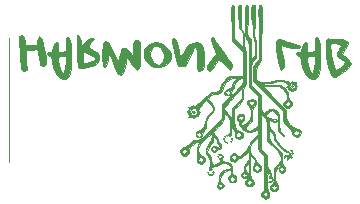
<source format=gbo>
G04 #@! TF.GenerationSoftware,KiCad,Pcbnew,5.0.0-fee4fd1~66~ubuntu18.04.1*
G04 #@! TF.CreationDate,2018-08-21T18:43:40-07:00*
G04 #@! TF.ProjectId,L293D BlueTooth UNO Shield,4C3239334420426C7565546F6F746820,rev?*
G04 #@! TF.SameCoordinates,Original*
G04 #@! TF.FileFunction,Legend,Bot*
G04 #@! TF.FilePolarity,Positive*
%FSLAX46Y46*%
G04 Gerber Fmt 4.6, Leading zero omitted, Abs format (unit mm)*
G04 Created by KiCad (PCBNEW 5.0.0-fee4fd1~66~ubuntu18.04.1) date Tue Aug 21 18:43:40 2018*
%MOMM*%
%LPD*%
G01*
G04 APERTURE LIST*
%ADD10C,0.010000*%
%ADD11O,1.727200X2.032000*%
%ADD12C,4.064000*%
%ADD13R,1.600000X1.600000*%
%ADD14O,1.600000X1.600000*%
%ADD15C,1.600000*%
%ADD16R,1.700000X1.700000*%
%ADD17O,1.700000X1.700000*%
%ADD18R,1.750000X1.200000*%
%ADD19O,1.750000X1.200000*%
G04 APERTURE END LIST*
D10*
G04 #@! TO.C,G\002A\002A\002A*
G36*
X150606448Y-97302313D02*
X150655290Y-97200845D01*
X150643784Y-97170316D01*
X150562051Y-97095242D01*
X150522056Y-97180749D01*
X150520400Y-97223497D01*
X150562057Y-97310699D01*
X150606448Y-97302313D01*
X150606448Y-97302313D01*
G37*
X150606448Y-97302313D02*
X150655290Y-97200845D01*
X150643784Y-97170316D01*
X150562051Y-97095242D01*
X150522056Y-97180749D01*
X150520400Y-97223497D01*
X150562057Y-97310699D01*
X150606448Y-97302313D01*
G36*
X142378072Y-99416449D02*
X142392400Y-99377500D01*
X142323824Y-99302385D01*
X142265400Y-99292833D01*
X142152728Y-99338551D01*
X142138400Y-99377500D01*
X142206977Y-99452614D01*
X142265400Y-99462166D01*
X142378072Y-99416449D01*
X142378072Y-99416449D01*
G37*
X142378072Y-99416449D02*
X142392400Y-99377500D01*
X142323824Y-99302385D01*
X142265400Y-99292833D01*
X142152728Y-99338551D01*
X142138400Y-99377500D01*
X142206977Y-99452614D01*
X142265400Y-99462166D01*
X142378072Y-99416449D01*
G36*
X143839411Y-104704963D02*
X143883290Y-104650235D01*
X143773439Y-104629056D01*
X143725900Y-104628130D01*
X143556765Y-104637653D01*
X143493067Y-104660108D01*
X143561313Y-104724299D01*
X143707948Y-104741587D01*
X143839411Y-104704963D01*
X143839411Y-104704963D01*
G37*
X143839411Y-104704963D02*
X143883290Y-104650235D01*
X143773439Y-104629056D01*
X143725900Y-104628130D01*
X143556765Y-104637653D01*
X143493067Y-104660108D01*
X143561313Y-104724299D01*
X143707948Y-104741587D01*
X143839411Y-104704963D01*
G36*
X143493067Y-104499833D02*
X143450734Y-104457500D01*
X143408400Y-104499833D01*
X143450734Y-104542166D01*
X143493067Y-104499833D01*
X143493067Y-104499833D01*
G37*
X143493067Y-104499833D02*
X143450734Y-104457500D01*
X143408400Y-104499833D01*
X143450734Y-104542166D01*
X143493067Y-104499833D01*
G36*
X143971963Y-104490297D02*
X143958734Y-104457500D01*
X143882651Y-104376729D01*
X143869070Y-104372833D01*
X143832704Y-104438339D01*
X143831734Y-104457500D01*
X143896821Y-104538913D01*
X143921397Y-104542166D01*
X143971963Y-104490297D01*
X143971963Y-104490297D01*
G37*
X143971963Y-104490297D02*
X143958734Y-104457500D01*
X143882651Y-104376729D01*
X143869070Y-104372833D01*
X143832704Y-104438339D01*
X143831734Y-104457500D01*
X143896821Y-104538913D01*
X143921397Y-104542166D01*
X143971963Y-104490297D01*
G36*
X144339734Y-103145166D02*
X144297400Y-103102833D01*
X144255067Y-103145166D01*
X144297400Y-103187500D01*
X144339734Y-103145166D01*
X144339734Y-103145166D01*
G37*
X144339734Y-103145166D02*
X144297400Y-103102833D01*
X144255067Y-103145166D01*
X144297400Y-103187500D01*
X144339734Y-103145166D01*
G36*
X150606448Y-102974980D02*
X150655290Y-102873511D01*
X150643784Y-102842983D01*
X150562051Y-102767909D01*
X150522056Y-102853416D01*
X150520400Y-102896163D01*
X150562057Y-102983366D01*
X150606448Y-102974980D01*
X150606448Y-102974980D01*
G37*
X150606448Y-102974980D02*
X150655290Y-102873511D01*
X150643784Y-102842983D01*
X150562051Y-102767909D01*
X150522056Y-102853416D01*
X150520400Y-102896163D01*
X150562057Y-102983366D01*
X150606448Y-102974980D01*
G36*
X150576845Y-102651278D02*
X150565222Y-102600943D01*
X150520400Y-102594833D01*
X150450710Y-102625811D01*
X150463956Y-102651278D01*
X150564435Y-102661411D01*
X150576845Y-102651278D01*
X150576845Y-102651278D01*
G37*
X150576845Y-102651278D02*
X150565222Y-102600943D01*
X150520400Y-102594833D01*
X150450710Y-102625811D01*
X150463956Y-102651278D01*
X150564435Y-102661411D01*
X150576845Y-102651278D01*
G36*
X145101734Y-101959833D02*
X145059400Y-101917500D01*
X145017067Y-101959833D01*
X145059400Y-102002166D01*
X145101734Y-101959833D01*
X145101734Y-101959833D01*
G37*
X145101734Y-101959833D02*
X145059400Y-101917500D01*
X145017067Y-101959833D01*
X145059400Y-102002166D01*
X145101734Y-101959833D01*
G36*
X145440400Y-101875166D02*
X145398067Y-101832833D01*
X145355734Y-101875166D01*
X145398067Y-101917500D01*
X145440400Y-101875166D01*
X145440400Y-101875166D01*
G37*
X145440400Y-101875166D02*
X145398067Y-101832833D01*
X145355734Y-101875166D01*
X145398067Y-101917500D01*
X145440400Y-101875166D01*
G36*
X144932400Y-101875166D02*
X144890067Y-101832833D01*
X144847734Y-101875166D01*
X144890067Y-101917500D01*
X144932400Y-101875166D01*
X144932400Y-101875166D01*
G37*
X144932400Y-101875166D02*
X144890067Y-101832833D01*
X144847734Y-101875166D01*
X144890067Y-101917500D01*
X144932400Y-101875166D01*
G36*
X145496845Y-101719944D02*
X145506978Y-101619465D01*
X145496845Y-101607055D01*
X145446510Y-101618678D01*
X145440400Y-101663500D01*
X145471378Y-101733190D01*
X145496845Y-101719944D01*
X145496845Y-101719944D01*
G37*
X145496845Y-101719944D02*
X145506978Y-101619465D01*
X145496845Y-101607055D01*
X145446510Y-101618678D01*
X145440400Y-101663500D01*
X145471378Y-101733190D01*
X145496845Y-101719944D01*
G36*
X144819511Y-101719944D02*
X144829644Y-101619465D01*
X144819511Y-101607055D01*
X144769177Y-101618678D01*
X144763067Y-101663500D01*
X144794045Y-101733190D01*
X144819511Y-101719944D01*
X144819511Y-101719944D01*
G37*
X144819511Y-101719944D02*
X144829644Y-101619465D01*
X144819511Y-101607055D01*
X144769177Y-101618678D01*
X144763067Y-101663500D01*
X144794045Y-101733190D01*
X144819511Y-101719944D01*
G36*
X144932400Y-101451833D02*
X144890067Y-101409500D01*
X144847734Y-101451833D01*
X144890067Y-101494166D01*
X144932400Y-101451833D01*
X144932400Y-101451833D01*
G37*
X144932400Y-101451833D02*
X144890067Y-101409500D01*
X144847734Y-101451833D01*
X144890067Y-101494166D01*
X144932400Y-101451833D01*
G36*
X145101734Y-101367166D02*
X145059400Y-101324833D01*
X145017067Y-101367166D01*
X145059400Y-101409500D01*
X145101734Y-101367166D01*
X145101734Y-101367166D01*
G37*
X145101734Y-101367166D02*
X145059400Y-101324833D01*
X145017067Y-101367166D01*
X145059400Y-101409500D01*
X145101734Y-101367166D01*
G36*
X139372715Y-95607454D02*
X139725596Y-95493989D01*
X140033418Y-95301691D01*
X140227389Y-95071124D01*
X140346880Y-94719201D01*
X140310388Y-94394007D01*
X140169900Y-94127306D01*
X139846234Y-93768958D01*
X139470330Y-93548379D01*
X139068526Y-93474400D01*
X138667160Y-93555851D01*
X138582400Y-93595060D01*
X138273574Y-93836149D01*
X138082855Y-94160150D01*
X138047419Y-94403380D01*
X138606852Y-94403380D01*
X138655610Y-94147320D01*
X138728709Y-93951197D01*
X138751695Y-93916546D01*
X138944409Y-93804615D01*
X139196527Y-93817149D01*
X139403749Y-93916762D01*
X139605526Y-94149126D01*
X139715095Y-94463105D01*
X139727717Y-94801585D01*
X139638656Y-95107450D01*
X139515917Y-95269191D01*
X139297701Y-95376286D01*
X139071263Y-95343241D01*
X138863407Y-95195584D01*
X138700940Y-94958846D01*
X138610666Y-94658556D01*
X138606852Y-94403380D01*
X138047419Y-94403380D01*
X138029751Y-94524645D01*
X138064522Y-94721251D01*
X138235943Y-95051113D01*
X138515133Y-95345311D01*
X138846811Y-95553156D01*
X139037588Y-95613453D01*
X139372715Y-95607454D01*
X139372715Y-95607454D01*
G37*
X139372715Y-95607454D02*
X139725596Y-95493989D01*
X140033418Y-95301691D01*
X140227389Y-95071124D01*
X140346880Y-94719201D01*
X140310388Y-94394007D01*
X140169900Y-94127306D01*
X139846234Y-93768958D01*
X139470330Y-93548379D01*
X139068526Y-93474400D01*
X138667160Y-93555851D01*
X138582400Y-93595060D01*
X138273574Y-93836149D01*
X138082855Y-94160150D01*
X138047419Y-94403380D01*
X138606852Y-94403380D01*
X138655610Y-94147320D01*
X138728709Y-93951197D01*
X138751695Y-93916546D01*
X138944409Y-93804615D01*
X139196527Y-93817149D01*
X139403749Y-93916762D01*
X139605526Y-94149126D01*
X139715095Y-94463105D01*
X139727717Y-94801585D01*
X139638656Y-95107450D01*
X139515917Y-95269191D01*
X139297701Y-95376286D01*
X139071263Y-95343241D01*
X138863407Y-95195584D01*
X138700940Y-94958846D01*
X138610666Y-94658556D01*
X138606852Y-94403380D01*
X138047419Y-94403380D01*
X138029751Y-94524645D01*
X138064522Y-94721251D01*
X138235943Y-95051113D01*
X138515133Y-95345311D01*
X138846811Y-95553156D01*
X139037588Y-95613453D01*
X139372715Y-95607454D01*
G36*
X136234398Y-96167243D02*
X136380204Y-95932722D01*
X136480827Y-95538640D01*
X136519210Y-95233397D01*
X136551028Y-94918423D01*
X136580186Y-94747190D01*
X136617425Y-94694636D01*
X136673488Y-94735701D01*
X136712008Y-94783602D01*
X136827275Y-94955622D01*
X136979625Y-95210771D01*
X137082674Y-95395684D01*
X137267572Y-95676412D01*
X137430157Y-95799421D01*
X137563556Y-95762670D01*
X137660082Y-95567055D01*
X137688743Y-95374950D01*
X137709554Y-95064398D01*
X137721991Y-94684590D01*
X137725531Y-94284714D01*
X137719651Y-93913959D01*
X137703827Y-93621516D01*
X137682369Y-93472000D01*
X137576992Y-93316446D01*
X137408202Y-93296427D01*
X137218352Y-93415235D01*
X137200183Y-93434499D01*
X137125234Y-93555282D01*
X137094412Y-93730359D01*
X137102151Y-94006570D01*
X137114637Y-94154165D01*
X137134857Y-94438325D01*
X137137277Y-94641678D01*
X137121407Y-94720814D01*
X137121022Y-94720833D01*
X137055756Y-94654190D01*
X136938738Y-94483312D01*
X136851210Y-94339833D01*
X136638660Y-94067648D01*
X136429401Y-93958699D01*
X136240756Y-94007473D01*
X136090047Y-94208454D01*
X135994598Y-94556129D01*
X135986773Y-94615000D01*
X135947978Y-94862994D01*
X135904636Y-95024346D01*
X135879063Y-95059500D01*
X135821967Y-94988211D01*
X135708966Y-94794788D01*
X135557135Y-94509896D01*
X135405756Y-94209491D01*
X135212822Y-93828669D01*
X135070329Y-93579967D01*
X134961623Y-93440031D01*
X134870047Y-93385510D01*
X134817011Y-93383991D01*
X134660715Y-93487514D01*
X134592462Y-93662500D01*
X134558803Y-93909714D01*
X134538558Y-94239768D01*
X134531499Y-94605681D01*
X134537398Y-94960471D01*
X134556026Y-95257156D01*
X134587156Y-95448754D01*
X134601301Y-95482833D01*
X134705133Y-95556229D01*
X134812876Y-95481778D01*
X134911420Y-95280109D01*
X134987657Y-94971852D01*
X135006270Y-94845603D01*
X135069026Y-94343200D01*
X135314293Y-94976516D01*
X135513977Y-95475718D01*
X135673721Y-95832758D01*
X135804603Y-96066939D01*
X135917700Y-96197565D01*
X136024091Y-96243940D01*
X136042169Y-96244833D01*
X136234398Y-96167243D01*
X136234398Y-96167243D01*
G37*
X136234398Y-96167243D02*
X136380204Y-95932722D01*
X136480827Y-95538640D01*
X136519210Y-95233397D01*
X136551028Y-94918423D01*
X136580186Y-94747190D01*
X136617425Y-94694636D01*
X136673488Y-94735701D01*
X136712008Y-94783602D01*
X136827275Y-94955622D01*
X136979625Y-95210771D01*
X137082674Y-95395684D01*
X137267572Y-95676412D01*
X137430157Y-95799421D01*
X137563556Y-95762670D01*
X137660082Y-95567055D01*
X137688743Y-95374950D01*
X137709554Y-95064398D01*
X137721991Y-94684590D01*
X137725531Y-94284714D01*
X137719651Y-93913959D01*
X137703827Y-93621516D01*
X137682369Y-93472000D01*
X137576992Y-93316446D01*
X137408202Y-93296427D01*
X137218352Y-93415235D01*
X137200183Y-93434499D01*
X137125234Y-93555282D01*
X137094412Y-93730359D01*
X137102151Y-94006570D01*
X137114637Y-94154165D01*
X137134857Y-94438325D01*
X137137277Y-94641678D01*
X137121407Y-94720814D01*
X137121022Y-94720833D01*
X137055756Y-94654190D01*
X136938738Y-94483312D01*
X136851210Y-94339833D01*
X136638660Y-94067648D01*
X136429401Y-93958699D01*
X136240756Y-94007473D01*
X136090047Y-94208454D01*
X135994598Y-94556129D01*
X135986773Y-94615000D01*
X135947978Y-94862994D01*
X135904636Y-95024346D01*
X135879063Y-95059500D01*
X135821967Y-94988211D01*
X135708966Y-94794788D01*
X135557135Y-94509896D01*
X135405756Y-94209491D01*
X135212822Y-93828669D01*
X135070329Y-93579967D01*
X134961623Y-93440031D01*
X134870047Y-93385510D01*
X134817011Y-93383991D01*
X134660715Y-93487514D01*
X134592462Y-93662500D01*
X134558803Y-93909714D01*
X134538558Y-94239768D01*
X134531499Y-94605681D01*
X134537398Y-94960471D01*
X134556026Y-95257156D01*
X134587156Y-95448754D01*
X134601301Y-95482833D01*
X134705133Y-95556229D01*
X134812876Y-95481778D01*
X134911420Y-95280109D01*
X134987657Y-94971852D01*
X135006270Y-94845603D01*
X135069026Y-94343200D01*
X135314293Y-94976516D01*
X135513977Y-95475718D01*
X135673721Y-95832758D01*
X135804603Y-96066939D01*
X135917700Y-96197565D01*
X136024091Y-96243940D01*
X136042169Y-96244833D01*
X136234398Y-96167243D01*
G36*
X149768827Y-95792208D02*
X149869190Y-95698614D01*
X149923243Y-95623003D01*
X149948145Y-95513588D01*
X149941106Y-95343395D01*
X149899339Y-95085451D01*
X149820056Y-94712784D01*
X149724731Y-94301136D01*
X149663076Y-94020646D01*
X149626146Y-93814569D01*
X149621820Y-93728525D01*
X149708596Y-93740200D01*
X149889988Y-93802007D01*
X149935900Y-93820298D01*
X150267424Y-93927755D01*
X150609071Y-93993557D01*
X150910222Y-94012159D01*
X151120257Y-93978017D01*
X151160686Y-93954447D01*
X151273213Y-93816699D01*
X151225403Y-93730054D01*
X151049567Y-93701919D01*
X150860420Y-93669796D01*
X150572263Y-93587484D01*
X150241712Y-93471533D01*
X150181734Y-93448230D01*
X149813545Y-93306871D01*
X149569061Y-93229660D01*
X149416069Y-93214683D01*
X149322358Y-93260027D01*
X149255716Y-93363776D01*
X149242331Y-93392397D01*
X149209307Y-93534294D01*
X149212094Y-93757881D01*
X149252836Y-94090649D01*
X149333019Y-94556564D01*
X149429642Y-95070039D01*
X149504966Y-95435571D01*
X149567768Y-95671857D01*
X149626827Y-95797593D01*
X149690921Y-95831478D01*
X149768827Y-95792208D01*
X149768827Y-95792208D01*
G37*
X149768827Y-95792208D02*
X149869190Y-95698614D01*
X149923243Y-95623003D01*
X149948145Y-95513588D01*
X149941106Y-95343395D01*
X149899339Y-95085451D01*
X149820056Y-94712784D01*
X149724731Y-94301136D01*
X149663076Y-94020646D01*
X149626146Y-93814569D01*
X149621820Y-93728525D01*
X149708596Y-93740200D01*
X149889988Y-93802007D01*
X149935900Y-93820298D01*
X150267424Y-93927755D01*
X150609071Y-93993557D01*
X150910222Y-94012159D01*
X151120257Y-93978017D01*
X151160686Y-93954447D01*
X151273213Y-93816699D01*
X151225403Y-93730054D01*
X151049567Y-93701919D01*
X150860420Y-93669796D01*
X150572263Y-93587484D01*
X150241712Y-93471533D01*
X150181734Y-93448230D01*
X149813545Y-93306871D01*
X149569061Y-93229660D01*
X149416069Y-93214683D01*
X149322358Y-93260027D01*
X149255716Y-93363776D01*
X149242331Y-93392397D01*
X149209307Y-93534294D01*
X149212094Y-93757881D01*
X149252836Y-94090649D01*
X149333019Y-94556564D01*
X149429642Y-95070039D01*
X149504966Y-95435571D01*
X149567768Y-95671857D01*
X149626827Y-95797593D01*
X149690921Y-95831478D01*
X149768827Y-95792208D01*
G36*
X154412882Y-96358606D02*
X154415067Y-96339772D01*
X154484917Y-96259268D01*
X154653987Y-96166469D01*
X154663696Y-96162391D01*
X154880046Y-96040150D01*
X155122737Y-95855663D01*
X155350848Y-95646755D01*
X155523462Y-95451249D01*
X155599658Y-95306970D01*
X155600400Y-95296535D01*
X155535975Y-95133449D01*
X155367935Y-94921599D01*
X155134135Y-94705286D01*
X155025622Y-94623890D01*
X154831844Y-94488631D01*
X155099553Y-94057977D01*
X155238966Y-93799637D01*
X155314085Y-93589556D01*
X155316668Y-93495474D01*
X155169461Y-93339677D01*
X154882299Y-93242002D01*
X154476217Y-93208076D01*
X154266900Y-93214695D01*
X153993167Y-93221705D01*
X153801982Y-93207878D01*
X153737734Y-93179679D01*
X153669693Y-93118271D01*
X153621555Y-93112166D01*
X153529551Y-93189782D01*
X153460913Y-93394432D01*
X153454029Y-93433270D01*
X153434191Y-93755053D01*
X153439166Y-93870835D01*
X153845581Y-93870835D01*
X153850777Y-93677926D01*
X153859023Y-93646850D01*
X153936425Y-93562816D01*
X154105921Y-93544941D01*
X154257527Y-93560210D01*
X154496340Y-93608574D01*
X154663277Y-93671639D01*
X154687826Y-93689725D01*
X154699892Y-93819408D01*
X154598318Y-94062363D01*
X154541568Y-94163713D01*
X154407997Y-94429719D01*
X154389054Y-94617888D01*
X154499566Y-94765297D01*
X154754363Y-94909027D01*
X154858311Y-94955730D01*
X155192728Y-95101833D01*
X155008088Y-95336358D01*
X154839146Y-95505438D01*
X154620889Y-95669822D01*
X154413934Y-95788032D01*
X154299076Y-95821500D01*
X154235486Y-95743793D01*
X154158716Y-95535939D01*
X154076436Y-95235833D01*
X153996314Y-94881373D01*
X153926018Y-94510455D01*
X153873218Y-94160977D01*
X153845581Y-93870835D01*
X153439166Y-93870835D01*
X153452313Y-94176798D01*
X153501614Y-94653790D01*
X153575311Y-95141313D01*
X153666622Y-95594650D01*
X153768764Y-95969087D01*
X153874955Y-96219906D01*
X153877267Y-96223666D01*
X154002732Y-96338147D01*
X154174006Y-96407472D01*
X154330815Y-96418630D01*
X154412882Y-96358606D01*
X154412882Y-96358606D01*
G37*
X154412882Y-96358606D02*
X154415067Y-96339772D01*
X154484917Y-96259268D01*
X154653987Y-96166469D01*
X154663696Y-96162391D01*
X154880046Y-96040150D01*
X155122737Y-95855663D01*
X155350848Y-95646755D01*
X155523462Y-95451249D01*
X155599658Y-95306970D01*
X155600400Y-95296535D01*
X155535975Y-95133449D01*
X155367935Y-94921599D01*
X155134135Y-94705286D01*
X155025622Y-94623890D01*
X154831844Y-94488631D01*
X155099553Y-94057977D01*
X155238966Y-93799637D01*
X155314085Y-93589556D01*
X155316668Y-93495474D01*
X155169461Y-93339677D01*
X154882299Y-93242002D01*
X154476217Y-93208076D01*
X154266900Y-93214695D01*
X153993167Y-93221705D01*
X153801982Y-93207878D01*
X153737734Y-93179679D01*
X153669693Y-93118271D01*
X153621555Y-93112166D01*
X153529551Y-93189782D01*
X153460913Y-93394432D01*
X153454029Y-93433270D01*
X153434191Y-93755053D01*
X153439166Y-93870835D01*
X153845581Y-93870835D01*
X153850777Y-93677926D01*
X153859023Y-93646850D01*
X153936425Y-93562816D01*
X154105921Y-93544941D01*
X154257527Y-93560210D01*
X154496340Y-93608574D01*
X154663277Y-93671639D01*
X154687826Y-93689725D01*
X154699892Y-93819408D01*
X154598318Y-94062363D01*
X154541568Y-94163713D01*
X154407997Y-94429719D01*
X154389054Y-94617888D01*
X154499566Y-94765297D01*
X154754363Y-94909027D01*
X154858311Y-94955730D01*
X155192728Y-95101833D01*
X155008088Y-95336358D01*
X154839146Y-95505438D01*
X154620889Y-95669822D01*
X154413934Y-95788032D01*
X154299076Y-95821500D01*
X154235486Y-95743793D01*
X154158716Y-95535939D01*
X154076436Y-95235833D01*
X153996314Y-94881373D01*
X153926018Y-94510455D01*
X153873218Y-94160977D01*
X153845581Y-93870835D01*
X153439166Y-93870835D01*
X153452313Y-94176798D01*
X153501614Y-94653790D01*
X153575311Y-95141313D01*
X153666622Y-95594650D01*
X153768764Y-95969087D01*
X153874955Y-96219906D01*
X153877267Y-96223666D01*
X154002732Y-96338147D01*
X154174006Y-96407472D01*
X154330815Y-96418630D01*
X154412882Y-96358606D01*
G36*
X142903374Y-95871870D02*
X143028172Y-95757693D01*
X143100995Y-95533451D01*
X143138542Y-95170255D01*
X143138979Y-95162587D01*
X143140767Y-94769309D01*
X143111212Y-94357072D01*
X143071539Y-94094528D01*
X142958532Y-93738630D01*
X142787893Y-93534979D01*
X142540506Y-93470926D01*
X142215684Y-93528249D01*
X141987890Y-93617779D01*
X141802805Y-93754320D01*
X141626640Y-93972474D01*
X141425607Y-94306845D01*
X141386973Y-94376920D01*
X141140858Y-94826977D01*
X141002270Y-94202405D01*
X140921286Y-93861864D01*
X140839461Y-93557321D01*
X140773842Y-93352003D01*
X140771103Y-93345000D01*
X140661333Y-93170590D01*
X140545096Y-93117722D01*
X140463610Y-93191804D01*
X140448596Y-93302666D01*
X140470198Y-93525994D01*
X140522817Y-93841563D01*
X140597301Y-94210501D01*
X140684499Y-94593933D01*
X140775260Y-94952989D01*
X140860432Y-95248795D01*
X140930862Y-95442478D01*
X140964843Y-95495496D01*
X141114541Y-95532447D01*
X141324580Y-95524931D01*
X141517472Y-95482263D01*
X141614364Y-95417416D01*
X141879629Y-94808059D01*
X142088054Y-94355688D01*
X142240692Y-94058158D01*
X142338597Y-93913326D01*
X142359989Y-93898356D01*
X142445968Y-93950116D01*
X142508432Y-94167747D01*
X142547082Y-94549390D01*
X142561618Y-95093183D01*
X142561734Y-95154750D01*
X142565467Y-95516374D01*
X142580822Y-95740309D01*
X142614034Y-95858113D01*
X142671334Y-95901345D01*
X142709900Y-95904870D01*
X142903374Y-95871870D01*
X142903374Y-95871870D01*
G37*
X142903374Y-95871870D02*
X143028172Y-95757693D01*
X143100995Y-95533451D01*
X143138542Y-95170255D01*
X143138979Y-95162587D01*
X143140767Y-94769309D01*
X143111212Y-94357072D01*
X143071539Y-94094528D01*
X142958532Y-93738630D01*
X142787893Y-93534979D01*
X142540506Y-93470926D01*
X142215684Y-93528249D01*
X141987890Y-93617779D01*
X141802805Y-93754320D01*
X141626640Y-93972474D01*
X141425607Y-94306845D01*
X141386973Y-94376920D01*
X141140858Y-94826977D01*
X141002270Y-94202405D01*
X140921286Y-93861864D01*
X140839461Y-93557321D01*
X140773842Y-93352003D01*
X140771103Y-93345000D01*
X140661333Y-93170590D01*
X140545096Y-93117722D01*
X140463610Y-93191804D01*
X140448596Y-93302666D01*
X140470198Y-93525994D01*
X140522817Y-93841563D01*
X140597301Y-94210501D01*
X140684499Y-94593933D01*
X140775260Y-94952989D01*
X140860432Y-95248795D01*
X140930862Y-95442478D01*
X140964843Y-95495496D01*
X141114541Y-95532447D01*
X141324580Y-95524931D01*
X141517472Y-95482263D01*
X141614364Y-95417416D01*
X141879629Y-94808059D01*
X142088054Y-94355688D01*
X142240692Y-94058158D01*
X142338597Y-93913326D01*
X142359989Y-93898356D01*
X142445968Y-93950116D01*
X142508432Y-94167747D01*
X142547082Y-94549390D01*
X142561618Y-95093183D01*
X142561734Y-95154750D01*
X142565467Y-95516374D01*
X142580822Y-95740309D01*
X142614034Y-95858113D01*
X142671334Y-95901345D01*
X142709900Y-95904870D01*
X142903374Y-95871870D01*
G36*
X152535139Y-96608002D02*
X152643491Y-96535352D01*
X152786755Y-96343503D01*
X152887504Y-96054855D01*
X152949361Y-95649807D01*
X152975954Y-95108760D01*
X152976738Y-94733573D01*
X152963104Y-94123635D01*
X152934590Y-93666647D01*
X152888616Y-93346672D01*
X152822600Y-93147772D01*
X152733960Y-93054013D01*
X152703098Y-93044105D01*
X152627672Y-93052824D01*
X152580477Y-93136038D01*
X152552397Y-93325847D01*
X152535053Y-93635861D01*
X152510067Y-94255166D01*
X152180543Y-94282161D01*
X151851019Y-94309155D01*
X151898871Y-94014280D01*
X151903545Y-93778916D01*
X151851681Y-93589100D01*
X151764225Y-93481142D01*
X151662124Y-93491349D01*
X151622654Y-93535500D01*
X151543592Y-93699043D01*
X151460828Y-93936905D01*
X151448448Y-93980000D01*
X151367140Y-94194697D01*
X151257238Y-94284792D01*
X151152137Y-94297500D01*
X150985936Y-94344888D01*
X150949469Y-94456571D01*
X151043744Y-94586830D01*
X151144442Y-94646579D01*
X151270888Y-94736085D01*
X151344770Y-94891821D01*
X151377865Y-95095090D01*
X151884196Y-95095090D01*
X151889731Y-94846821D01*
X151959730Y-94704128D01*
X151980900Y-94692240D01*
X152140735Y-94658080D01*
X152326306Y-94642851D01*
X152565878Y-94636166D01*
X152512475Y-95207666D01*
X152462363Y-95675283D01*
X152410606Y-95981330D01*
X152350619Y-96133502D01*
X152275816Y-96139491D01*
X152179613Y-96006991D01*
X152055424Y-95743693D01*
X152054826Y-95742304D01*
X151940202Y-95407423D01*
X151884196Y-95095090D01*
X151377865Y-95095090D01*
X151389060Y-95163842D01*
X151391210Y-95184294D01*
X151477818Y-95617398D01*
X151631637Y-95999785D01*
X151833473Y-96310747D01*
X152064131Y-96529576D01*
X152304418Y-96635563D01*
X152535139Y-96608002D01*
X152535139Y-96608002D01*
G37*
X152535139Y-96608002D02*
X152643491Y-96535352D01*
X152786755Y-96343503D01*
X152887504Y-96054855D01*
X152949361Y-95649807D01*
X152975954Y-95108760D01*
X152976738Y-94733573D01*
X152963104Y-94123635D01*
X152934590Y-93666647D01*
X152888616Y-93346672D01*
X152822600Y-93147772D01*
X152733960Y-93054013D01*
X152703098Y-93044105D01*
X152627672Y-93052824D01*
X152580477Y-93136038D01*
X152552397Y-93325847D01*
X152535053Y-93635861D01*
X152510067Y-94255166D01*
X152180543Y-94282161D01*
X151851019Y-94309155D01*
X151898871Y-94014280D01*
X151903545Y-93778916D01*
X151851681Y-93589100D01*
X151764225Y-93481142D01*
X151662124Y-93491349D01*
X151622654Y-93535500D01*
X151543592Y-93699043D01*
X151460828Y-93936905D01*
X151448448Y-93980000D01*
X151367140Y-94194697D01*
X151257238Y-94284792D01*
X151152137Y-94297500D01*
X150985936Y-94344888D01*
X150949469Y-94456571D01*
X151043744Y-94586830D01*
X151144442Y-94646579D01*
X151270888Y-94736085D01*
X151344770Y-94891821D01*
X151377865Y-95095090D01*
X151884196Y-95095090D01*
X151889731Y-94846821D01*
X151959730Y-94704128D01*
X151980900Y-94692240D01*
X152140735Y-94658080D01*
X152326306Y-94642851D01*
X152565878Y-94636166D01*
X152512475Y-95207666D01*
X152462363Y-95675283D01*
X152410606Y-95981330D01*
X152350619Y-96133502D01*
X152275816Y-96139491D01*
X152179613Y-96006991D01*
X152055424Y-95743693D01*
X152054826Y-95742304D01*
X151940202Y-95407423D01*
X151884196Y-95095090D01*
X151377865Y-95095090D01*
X151389060Y-95163842D01*
X151391210Y-95184294D01*
X151477818Y-95617398D01*
X151631637Y-95999785D01*
X151833473Y-96310747D01*
X152064131Y-96529576D01*
X152304418Y-96635563D01*
X152535139Y-96608002D01*
G36*
X143695735Y-95878292D02*
X143804244Y-95773078D01*
X143962497Y-95546941D01*
X144013407Y-95469025D01*
X144173702Y-95222457D01*
X144300334Y-95027970D01*
X144356318Y-94942276D01*
X144438243Y-94955609D01*
X144603650Y-95083532D01*
X144830360Y-95308312D01*
X144876478Y-95358251D01*
X145337721Y-95863833D01*
X145440104Y-95641710D01*
X145488347Y-95514130D01*
X145494093Y-95393702D01*
X145443532Y-95251557D01*
X145322856Y-95058826D01*
X145118256Y-94786643D01*
X144898361Y-94509166D01*
X144646291Y-94175456D01*
X144405444Y-93825586D01*
X144220337Y-93524885D01*
X144191717Y-93472201D01*
X144019769Y-93188080D01*
X143883158Y-93050831D01*
X143790016Y-93063845D01*
X143748474Y-93230516D01*
X143747067Y-93286743D01*
X143783491Y-93507388D01*
X143877218Y-93799651D01*
X143962981Y-94002391D01*
X144178895Y-94458796D01*
X143793648Y-94931776D01*
X143552682Y-95255127D01*
X143433182Y-95494355D01*
X143427052Y-95674366D01*
X143510000Y-95804566D01*
X143607482Y-95882237D01*
X143695735Y-95878292D01*
X143695735Y-95878292D01*
G37*
X143695735Y-95878292D02*
X143804244Y-95773078D01*
X143962497Y-95546941D01*
X144013407Y-95469025D01*
X144173702Y-95222457D01*
X144300334Y-95027970D01*
X144356318Y-94942276D01*
X144438243Y-94955609D01*
X144603650Y-95083532D01*
X144830360Y-95308312D01*
X144876478Y-95358251D01*
X145337721Y-95863833D01*
X145440104Y-95641710D01*
X145488347Y-95514130D01*
X145494093Y-95393702D01*
X145443532Y-95251557D01*
X145322856Y-95058826D01*
X145118256Y-94786643D01*
X144898361Y-94509166D01*
X144646291Y-94175456D01*
X144405444Y-93825586D01*
X144220337Y-93524885D01*
X144191717Y-93472201D01*
X144019769Y-93188080D01*
X143883158Y-93050831D01*
X143790016Y-93063845D01*
X143748474Y-93230516D01*
X143747067Y-93286743D01*
X143783491Y-93507388D01*
X143877218Y-93799651D01*
X143962981Y-94002391D01*
X144178895Y-94458796D01*
X143793648Y-94931776D01*
X143552682Y-95255127D01*
X143433182Y-95494355D01*
X143427052Y-95674366D01*
X143510000Y-95804566D01*
X143607482Y-95882237D01*
X143695735Y-95878292D01*
G36*
X131453139Y-96608002D02*
X131561491Y-96535352D01*
X131704755Y-96343503D01*
X131805504Y-96054855D01*
X131867361Y-95649807D01*
X131893954Y-95108760D01*
X131894738Y-94733573D01*
X131881104Y-94123635D01*
X131852590Y-93666647D01*
X131806616Y-93346672D01*
X131740600Y-93147772D01*
X131651960Y-93054013D01*
X131621098Y-93044105D01*
X131545672Y-93052824D01*
X131498477Y-93136038D01*
X131470397Y-93325847D01*
X131453053Y-93635861D01*
X131428067Y-94255166D01*
X131098543Y-94282161D01*
X130769019Y-94309155D01*
X130816871Y-94014280D01*
X130821545Y-93778916D01*
X130769681Y-93589100D01*
X130682225Y-93481142D01*
X130580124Y-93491349D01*
X130540654Y-93535500D01*
X130461592Y-93699043D01*
X130378828Y-93936905D01*
X130366448Y-93980000D01*
X130285140Y-94194697D01*
X130175238Y-94284792D01*
X130070137Y-94297500D01*
X129903936Y-94344888D01*
X129867469Y-94456571D01*
X129961744Y-94586830D01*
X130062442Y-94646579D01*
X130188888Y-94736085D01*
X130262770Y-94891821D01*
X130295865Y-95095090D01*
X130802196Y-95095090D01*
X130807731Y-94846821D01*
X130877730Y-94704128D01*
X130898900Y-94692240D01*
X131058735Y-94658080D01*
X131244306Y-94642851D01*
X131483878Y-94636166D01*
X131430475Y-95207666D01*
X131380363Y-95675283D01*
X131328606Y-95981330D01*
X131268619Y-96133502D01*
X131193816Y-96139491D01*
X131097613Y-96006991D01*
X130973424Y-95743693D01*
X130972826Y-95742304D01*
X130858202Y-95407423D01*
X130802196Y-95095090D01*
X130295865Y-95095090D01*
X130307060Y-95163842D01*
X130309210Y-95184294D01*
X130395818Y-95617398D01*
X130549637Y-95999785D01*
X130751473Y-96310747D01*
X130982131Y-96529576D01*
X131222418Y-96635563D01*
X131453139Y-96608002D01*
X131453139Y-96608002D01*
G37*
X131453139Y-96608002D02*
X131561491Y-96535352D01*
X131704755Y-96343503D01*
X131805504Y-96054855D01*
X131867361Y-95649807D01*
X131893954Y-95108760D01*
X131894738Y-94733573D01*
X131881104Y-94123635D01*
X131852590Y-93666647D01*
X131806616Y-93346672D01*
X131740600Y-93147772D01*
X131651960Y-93054013D01*
X131621098Y-93044105D01*
X131545672Y-93052824D01*
X131498477Y-93136038D01*
X131470397Y-93325847D01*
X131453053Y-93635861D01*
X131428067Y-94255166D01*
X131098543Y-94282161D01*
X130769019Y-94309155D01*
X130816871Y-94014280D01*
X130821545Y-93778916D01*
X130769681Y-93589100D01*
X130682225Y-93481142D01*
X130580124Y-93491349D01*
X130540654Y-93535500D01*
X130461592Y-93699043D01*
X130378828Y-93936905D01*
X130366448Y-93980000D01*
X130285140Y-94194697D01*
X130175238Y-94284792D01*
X130070137Y-94297500D01*
X129903936Y-94344888D01*
X129867469Y-94456571D01*
X129961744Y-94586830D01*
X130062442Y-94646579D01*
X130188888Y-94736085D01*
X130262770Y-94891821D01*
X130295865Y-95095090D01*
X130802196Y-95095090D01*
X130807731Y-94846821D01*
X130877730Y-94704128D01*
X130898900Y-94692240D01*
X131058735Y-94658080D01*
X131244306Y-94642851D01*
X131483878Y-94636166D01*
X131430475Y-95207666D01*
X131380363Y-95675283D01*
X131328606Y-95981330D01*
X131268619Y-96133502D01*
X131193816Y-96139491D01*
X131097613Y-96006991D01*
X130973424Y-95743693D01*
X130972826Y-95742304D01*
X130858202Y-95407423D01*
X130802196Y-95095090D01*
X130295865Y-95095090D01*
X130307060Y-95163842D01*
X130309210Y-95184294D01*
X130395818Y-95617398D01*
X130549637Y-95999785D01*
X130751473Y-96310747D01*
X130982131Y-96529576D01*
X131222418Y-96635563D01*
X131453139Y-96608002D01*
G36*
X133240772Y-95619100D02*
X133546836Y-95534561D01*
X133706107Y-95460274D01*
X134069506Y-95202961D01*
X134264478Y-94944859D01*
X134290900Y-94688915D01*
X134148650Y-94438077D01*
X133837607Y-94195293D01*
X133760268Y-94150787D01*
X133530095Y-94014228D01*
X133375342Y-93904046D01*
X133334287Y-93855946D01*
X133384802Y-93761211D01*
X133513804Y-93592190D01*
X133587067Y-93506102D01*
X133764381Y-93293071D01*
X133825189Y-93174246D01*
X133771482Y-93122869D01*
X133616395Y-93112166D01*
X133398579Y-93178256D01*
X133142633Y-93385090D01*
X133066061Y-93464921D01*
X132882940Y-93655678D01*
X132784416Y-93730091D01*
X132745525Y-93700931D01*
X132740400Y-93631535D01*
X132708608Y-93422254D01*
X132629892Y-93186761D01*
X132529244Y-92982526D01*
X132431655Y-92867018D01*
X132404097Y-92858166D01*
X132368073Y-92925120D01*
X132349332Y-93131887D01*
X132347632Y-93487321D01*
X132362731Y-94000280D01*
X132368894Y-94149333D01*
X132384145Y-94431425D01*
X132858342Y-94431425D01*
X132865354Y-94322118D01*
X132996789Y-94306593D01*
X133237578Y-94382634D01*
X133544113Y-94532311D01*
X133773788Y-94671616D01*
X133926579Y-94790895D01*
X133965066Y-94847833D01*
X133887817Y-94949242D01*
X133691496Y-95058759D01*
X133423629Y-95154193D01*
X133203849Y-95203261D01*
X132909734Y-95250989D01*
X132909734Y-94908169D01*
X132897455Y-94654416D01*
X132867065Y-94459132D01*
X132858342Y-94431425D01*
X132384145Y-94431425D01*
X132393564Y-94605631D01*
X132424522Y-95005485D01*
X132458552Y-95316634D01*
X132492435Y-95506813D01*
X132508218Y-95546333D01*
X132667439Y-95628867D01*
X132929632Y-95651829D01*
X133240772Y-95619100D01*
X133240772Y-95619100D01*
G37*
X133240772Y-95619100D02*
X133546836Y-95534561D01*
X133706107Y-95460274D01*
X134069506Y-95202961D01*
X134264478Y-94944859D01*
X134290900Y-94688915D01*
X134148650Y-94438077D01*
X133837607Y-94195293D01*
X133760268Y-94150787D01*
X133530095Y-94014228D01*
X133375342Y-93904046D01*
X133334287Y-93855946D01*
X133384802Y-93761211D01*
X133513804Y-93592190D01*
X133587067Y-93506102D01*
X133764381Y-93293071D01*
X133825189Y-93174246D01*
X133771482Y-93122869D01*
X133616395Y-93112166D01*
X133398579Y-93178256D01*
X133142633Y-93385090D01*
X133066061Y-93464921D01*
X132882940Y-93655678D01*
X132784416Y-93730091D01*
X132745525Y-93700931D01*
X132740400Y-93631535D01*
X132708608Y-93422254D01*
X132629892Y-93186761D01*
X132529244Y-92982526D01*
X132431655Y-92867018D01*
X132404097Y-92858166D01*
X132368073Y-92925120D01*
X132349332Y-93131887D01*
X132347632Y-93487321D01*
X132362731Y-94000280D01*
X132368894Y-94149333D01*
X132384145Y-94431425D01*
X132858342Y-94431425D01*
X132865354Y-94322118D01*
X132996789Y-94306593D01*
X133237578Y-94382634D01*
X133544113Y-94532311D01*
X133773788Y-94671616D01*
X133926579Y-94790895D01*
X133965066Y-94847833D01*
X133887817Y-94949242D01*
X133691496Y-95058759D01*
X133423629Y-95154193D01*
X133203849Y-95203261D01*
X132909734Y-95250989D01*
X132909734Y-94908169D01*
X132897455Y-94654416D01*
X132867065Y-94459132D01*
X132858342Y-94431425D01*
X132384145Y-94431425D01*
X132393564Y-94605631D01*
X132424522Y-95005485D01*
X132458552Y-95316634D01*
X132492435Y-95506813D01*
X132508218Y-95546333D01*
X132667439Y-95628867D01*
X132929632Y-95651829D01*
X133240772Y-95619100D01*
G36*
X127905352Y-95889454D02*
X128126067Y-95863833D01*
X128104871Y-94996000D01*
X128083675Y-94128166D01*
X128415446Y-94128166D01*
X128666036Y-94115544D01*
X128857703Y-94084434D01*
X128880428Y-94077049D01*
X128958342Y-94058977D01*
X129016007Y-94093329D01*
X129063995Y-94207550D01*
X129112879Y-94429083D01*
X129173234Y-94785373D01*
X129187387Y-94873807D01*
X129241020Y-95189931D01*
X129288591Y-95372480D01*
X129348611Y-95455423D01*
X129439590Y-95472726D01*
X129510361Y-95466474D01*
X129654250Y-95416673D01*
X129737913Y-95293964D01*
X129762900Y-95077778D01*
X129730761Y-94747547D01*
X129643046Y-94282704D01*
X129610746Y-94134639D01*
X129499606Y-93651725D01*
X129411117Y-93315723D01*
X129336948Y-93107071D01*
X129268766Y-93006207D01*
X129198240Y-92993568D01*
X129139956Y-93029251D01*
X129053531Y-93180990D01*
X129015179Y-93406602D01*
X129015067Y-93418867D01*
X129002754Y-93606192D01*
X128932301Y-93686602D01*
X128753437Y-93705561D01*
X128697567Y-93705989D01*
X128434003Y-93719669D01*
X128215919Y-93751474D01*
X128200315Y-93755387D01*
X128078678Y-93763244D01*
X128009182Y-93675965D01*
X127962967Y-93479064D01*
X127898426Y-93153628D01*
X127838758Y-92963631D01*
X127769765Y-92876259D01*
X127694371Y-92858166D01*
X127560184Y-92926900D01*
X127518507Y-92993446D01*
X127503768Y-93127400D01*
X127501268Y-93392624D01*
X127509319Y-93751630D01*
X127526233Y-94166929D01*
X127550323Y-94601032D01*
X127579901Y-95016450D01*
X127613280Y-95375694D01*
X127633103Y-95539086D01*
X127674311Y-95770477D01*
X127735038Y-95875040D01*
X127847915Y-95894769D01*
X127905352Y-95889454D01*
X127905352Y-95889454D01*
G37*
X127905352Y-95889454D02*
X128126067Y-95863833D01*
X128104871Y-94996000D01*
X128083675Y-94128166D01*
X128415446Y-94128166D01*
X128666036Y-94115544D01*
X128857703Y-94084434D01*
X128880428Y-94077049D01*
X128958342Y-94058977D01*
X129016007Y-94093329D01*
X129063995Y-94207550D01*
X129112879Y-94429083D01*
X129173234Y-94785373D01*
X129187387Y-94873807D01*
X129241020Y-95189931D01*
X129288591Y-95372480D01*
X129348611Y-95455423D01*
X129439590Y-95472726D01*
X129510361Y-95466474D01*
X129654250Y-95416673D01*
X129737913Y-95293964D01*
X129762900Y-95077778D01*
X129730761Y-94747547D01*
X129643046Y-94282704D01*
X129610746Y-94134639D01*
X129499606Y-93651725D01*
X129411117Y-93315723D01*
X129336948Y-93107071D01*
X129268766Y-93006207D01*
X129198240Y-92993568D01*
X129139956Y-93029251D01*
X129053531Y-93180990D01*
X129015179Y-93406602D01*
X129015067Y-93418867D01*
X129002754Y-93606192D01*
X128932301Y-93686602D01*
X128753437Y-93705561D01*
X128697567Y-93705989D01*
X128434003Y-93719669D01*
X128215919Y-93751474D01*
X128200315Y-93755387D01*
X128078678Y-93763244D01*
X128009182Y-93675965D01*
X127962967Y-93479064D01*
X127898426Y-93153628D01*
X127838758Y-92963631D01*
X127769765Y-92876259D01*
X127694371Y-92858166D01*
X127560184Y-92926900D01*
X127518507Y-92993446D01*
X127503768Y-93127400D01*
X127501268Y-93392624D01*
X127509319Y-93751630D01*
X127526233Y-94166929D01*
X127550323Y-94601032D01*
X127579901Y-95016450D01*
X127613280Y-95375694D01*
X127633103Y-95539086D01*
X127674311Y-95770477D01*
X127735038Y-95875040D01*
X127847915Y-95894769D01*
X127905352Y-95889454D01*
G36*
X151224155Y-101402217D02*
X151282400Y-101324833D01*
X151322087Y-101108781D01*
X151237135Y-100921180D01*
X151059573Y-100821212D01*
X151007459Y-100816833D01*
X150847581Y-100759233D01*
X150628334Y-100609422D01*
X150460105Y-100460538D01*
X150253896Y-100244663D01*
X150145117Y-100073206D01*
X150103139Y-99879794D01*
X150097067Y-99673814D01*
X150097067Y-99243385D01*
X149102234Y-98230942D01*
X148107400Y-97218500D01*
X149532122Y-97168870D01*
X149856928Y-97486035D01*
X150087756Y-97775709D01*
X150186419Y-98050316D01*
X150148609Y-98283801D01*
X150012400Y-98426518D01*
X149868079Y-98591756D01*
X149861446Y-98705661D01*
X150019827Y-98705661D01*
X150061530Y-98562235D01*
X150102225Y-98527645D01*
X150277109Y-98492811D01*
X150398694Y-98588684D01*
X150419043Y-98732109D01*
X150331771Y-98883528D01*
X150225226Y-98911833D01*
X150082524Y-98847591D01*
X150019827Y-98705661D01*
X149861446Y-98705661D01*
X149856975Y-98782438D01*
X149961357Y-98947271D01*
X150163496Y-99034964D01*
X150224067Y-99038833D01*
X150446862Y-98977061D01*
X150576122Y-98825938D01*
X150594116Y-98636757D01*
X150483113Y-98460811D01*
X150435734Y-98426518D01*
X150313166Y-98288247D01*
X150267839Y-98049781D01*
X150266400Y-97976742D01*
X150237330Y-97717016D01*
X150124881Y-97509893D01*
X149987203Y-97362109D01*
X149859130Y-97242884D01*
X149743820Y-97165113D01*
X149602318Y-97119941D01*
X149395671Y-97098510D01*
X149084923Y-97091966D01*
X148796873Y-97091500D01*
X148362084Y-97084140D01*
X148074641Y-97062634D01*
X147943251Y-97027839D01*
X147938067Y-97006833D01*
X148043210Y-96964415D01*
X148269099Y-96934039D01*
X148567239Y-96922171D01*
X148573067Y-96922166D01*
X148872077Y-96910698D01*
X149099725Y-96880602D01*
X149207515Y-96838346D01*
X149208067Y-96837500D01*
X149339515Y-96766287D01*
X149563639Y-96756254D01*
X149817938Y-96800802D01*
X150039908Y-96893335D01*
X150092545Y-96930866D01*
X150223842Y-97059614D01*
X150226400Y-97140563D01*
X150186879Y-97172855D01*
X150351067Y-97172855D01*
X150408873Y-97006444D01*
X150546422Y-96950021D01*
X150709914Y-97009460D01*
X150810685Y-97122665D01*
X150849930Y-97262546D01*
X150746799Y-97385514D01*
X150739013Y-97391357D01*
X150553686Y-97452331D01*
X150408931Y-97370159D01*
X150351067Y-97172855D01*
X150186879Y-97172855D01*
X150177212Y-97180753D01*
X150110070Y-97245433D01*
X150160567Y-97259537D01*
X150254359Y-97329030D01*
X150266400Y-97387833D01*
X150334173Y-97500082D01*
X150393400Y-97514833D01*
X150506133Y-97556321D01*
X150520400Y-97591534D01*
X150584518Y-97616811D01*
X150725899Y-97571255D01*
X150864384Y-97489383D01*
X150895967Y-97438844D01*
X150909923Y-97354053D01*
X150948579Y-97297328D01*
X150987965Y-97177276D01*
X150951542Y-97138659D01*
X150901978Y-97026310D01*
X150914525Y-96960828D01*
X150913176Y-96873128D01*
X150834724Y-96884645D01*
X150690974Y-96876077D01*
X150645381Y-96834233D01*
X150571935Y-96782630D01*
X150517043Y-96842933D01*
X150436931Y-96900886D01*
X150299626Y-96850428D01*
X150234271Y-96809638D01*
X150042468Y-96734014D01*
X149773693Y-96685437D01*
X149483776Y-96666561D01*
X149228543Y-96680038D01*
X149063824Y-96728521D01*
X149038734Y-96752833D01*
X148934646Y-96792877D01*
X148713337Y-96820831D01*
X148426572Y-96835417D01*
X148126117Y-96835357D01*
X147863737Y-96819373D01*
X147691199Y-96786188D01*
X147690992Y-96786108D01*
X147617195Y-96718778D01*
X147575335Y-96564787D01*
X147558417Y-96290117D01*
X147557067Y-96134574D01*
X147565328Y-95799679D01*
X147598756Y-95580981D01*
X147670315Y-95425782D01*
X147757942Y-95318133D01*
X147816660Y-95250997D01*
X147863131Y-95177242D01*
X147899300Y-95076790D01*
X147927113Y-94929565D01*
X147948515Y-94715488D01*
X147965450Y-94414484D01*
X147979865Y-94006474D01*
X147993703Y-93471382D01*
X148008911Y-92789131D01*
X148010626Y-92710000D01*
X148025403Y-92012075D01*
X148035372Y-91465064D01*
X148039649Y-91050593D01*
X148037345Y-90750288D01*
X148027576Y-90545775D01*
X148009454Y-90418681D01*
X147982094Y-90350630D01*
X147944609Y-90323251D01*
X147896112Y-90318167D01*
X147895247Y-90318166D01*
X147845790Y-90323150D01*
X147807751Y-90350570D01*
X147780199Y-90419135D01*
X147762200Y-90547550D01*
X147752823Y-90754522D01*
X147751134Y-91058759D01*
X147756202Y-91478966D01*
X147767093Y-92033850D01*
X147780231Y-92625333D01*
X147832403Y-94932500D01*
X147567735Y-95181174D01*
X147436026Y-95314524D01*
X147357312Y-95440704D01*
X147317992Y-95607624D01*
X147304468Y-95863193D01*
X147303067Y-96113566D01*
X147303067Y-96797284D01*
X148573067Y-98065166D01*
X149843067Y-99333049D01*
X149843067Y-99803313D01*
X149851619Y-100071198D01*
X149896737Y-100256329D01*
X150007614Y-100423391D01*
X150213445Y-100637068D01*
X150224067Y-100647500D01*
X150424148Y-100864080D01*
X150562127Y-101052084D01*
X150605067Y-101156195D01*
X150608416Y-101165671D01*
X150706694Y-101165671D01*
X150765873Y-101038898D01*
X150773887Y-101029118D01*
X150937527Y-100924664D01*
X151092634Y-100959456D01*
X151180335Y-101119714D01*
X151181043Y-101124422D01*
X151142797Y-101293794D01*
X151009133Y-101371645D01*
X150840545Y-101332525D01*
X150787808Y-101289860D01*
X150706694Y-101165671D01*
X150608416Y-101165671D01*
X150673607Y-101350096D01*
X150839432Y-101465642D01*
X151042846Y-101487970D01*
X151224155Y-101402217D01*
X151224155Y-101402217D01*
G37*
X151224155Y-101402217D02*
X151282400Y-101324833D01*
X151322087Y-101108781D01*
X151237135Y-100921180D01*
X151059573Y-100821212D01*
X151007459Y-100816833D01*
X150847581Y-100759233D01*
X150628334Y-100609422D01*
X150460105Y-100460538D01*
X150253896Y-100244663D01*
X150145117Y-100073206D01*
X150103139Y-99879794D01*
X150097067Y-99673814D01*
X150097067Y-99243385D01*
X149102234Y-98230942D01*
X148107400Y-97218500D01*
X149532122Y-97168870D01*
X149856928Y-97486035D01*
X150087756Y-97775709D01*
X150186419Y-98050316D01*
X150148609Y-98283801D01*
X150012400Y-98426518D01*
X149868079Y-98591756D01*
X149861446Y-98705661D01*
X150019827Y-98705661D01*
X150061530Y-98562235D01*
X150102225Y-98527645D01*
X150277109Y-98492811D01*
X150398694Y-98588684D01*
X150419043Y-98732109D01*
X150331771Y-98883528D01*
X150225226Y-98911833D01*
X150082524Y-98847591D01*
X150019827Y-98705661D01*
X149861446Y-98705661D01*
X149856975Y-98782438D01*
X149961357Y-98947271D01*
X150163496Y-99034964D01*
X150224067Y-99038833D01*
X150446862Y-98977061D01*
X150576122Y-98825938D01*
X150594116Y-98636757D01*
X150483113Y-98460811D01*
X150435734Y-98426518D01*
X150313166Y-98288247D01*
X150267839Y-98049781D01*
X150266400Y-97976742D01*
X150237330Y-97717016D01*
X150124881Y-97509893D01*
X149987203Y-97362109D01*
X149859130Y-97242884D01*
X149743820Y-97165113D01*
X149602318Y-97119941D01*
X149395671Y-97098510D01*
X149084923Y-97091966D01*
X148796873Y-97091500D01*
X148362084Y-97084140D01*
X148074641Y-97062634D01*
X147943251Y-97027839D01*
X147938067Y-97006833D01*
X148043210Y-96964415D01*
X148269099Y-96934039D01*
X148567239Y-96922171D01*
X148573067Y-96922166D01*
X148872077Y-96910698D01*
X149099725Y-96880602D01*
X149207515Y-96838346D01*
X149208067Y-96837500D01*
X149339515Y-96766287D01*
X149563639Y-96756254D01*
X149817938Y-96800802D01*
X150039908Y-96893335D01*
X150092545Y-96930866D01*
X150223842Y-97059614D01*
X150226400Y-97140563D01*
X150186879Y-97172855D01*
X150351067Y-97172855D01*
X150408873Y-97006444D01*
X150546422Y-96950021D01*
X150709914Y-97009460D01*
X150810685Y-97122665D01*
X150849930Y-97262546D01*
X150746799Y-97385514D01*
X150739013Y-97391357D01*
X150553686Y-97452331D01*
X150408931Y-97370159D01*
X150351067Y-97172855D01*
X150186879Y-97172855D01*
X150177212Y-97180753D01*
X150110070Y-97245433D01*
X150160567Y-97259537D01*
X150254359Y-97329030D01*
X150266400Y-97387833D01*
X150334173Y-97500082D01*
X150393400Y-97514833D01*
X150506133Y-97556321D01*
X150520400Y-97591534D01*
X150584518Y-97616811D01*
X150725899Y-97571255D01*
X150864384Y-97489383D01*
X150895967Y-97438844D01*
X150909923Y-97354053D01*
X150948579Y-97297328D01*
X150987965Y-97177276D01*
X150951542Y-97138659D01*
X150901978Y-97026310D01*
X150914525Y-96960828D01*
X150913176Y-96873128D01*
X150834724Y-96884645D01*
X150690974Y-96876077D01*
X150645381Y-96834233D01*
X150571935Y-96782630D01*
X150517043Y-96842933D01*
X150436931Y-96900886D01*
X150299626Y-96850428D01*
X150234271Y-96809638D01*
X150042468Y-96734014D01*
X149773693Y-96685437D01*
X149483776Y-96666561D01*
X149228543Y-96680038D01*
X149063824Y-96728521D01*
X149038734Y-96752833D01*
X148934646Y-96792877D01*
X148713337Y-96820831D01*
X148426572Y-96835417D01*
X148126117Y-96835357D01*
X147863737Y-96819373D01*
X147691199Y-96786188D01*
X147690992Y-96786108D01*
X147617195Y-96718778D01*
X147575335Y-96564787D01*
X147558417Y-96290117D01*
X147557067Y-96134574D01*
X147565328Y-95799679D01*
X147598756Y-95580981D01*
X147670315Y-95425782D01*
X147757942Y-95318133D01*
X147816660Y-95250997D01*
X147863131Y-95177242D01*
X147899300Y-95076790D01*
X147927113Y-94929565D01*
X147948515Y-94715488D01*
X147965450Y-94414484D01*
X147979865Y-94006474D01*
X147993703Y-93471382D01*
X148008911Y-92789131D01*
X148010626Y-92710000D01*
X148025403Y-92012075D01*
X148035372Y-91465064D01*
X148039649Y-91050593D01*
X148037345Y-90750288D01*
X148027576Y-90545775D01*
X148009454Y-90418681D01*
X147982094Y-90350630D01*
X147944609Y-90323251D01*
X147896112Y-90318167D01*
X147895247Y-90318166D01*
X147845790Y-90323150D01*
X147807751Y-90350570D01*
X147780199Y-90419135D01*
X147762200Y-90547550D01*
X147752823Y-90754522D01*
X147751134Y-91058759D01*
X147756202Y-91478966D01*
X147767093Y-92033850D01*
X147780231Y-92625333D01*
X147832403Y-94932500D01*
X147567735Y-95181174D01*
X147436026Y-95314524D01*
X147357312Y-95440704D01*
X147317992Y-95607624D01*
X147304468Y-95863193D01*
X147303067Y-96113566D01*
X147303067Y-96797284D01*
X148573067Y-98065166D01*
X149843067Y-99333049D01*
X149843067Y-99803313D01*
X149851619Y-100071198D01*
X149896737Y-100256329D01*
X150007614Y-100423391D01*
X150213445Y-100637068D01*
X150224067Y-100647500D01*
X150424148Y-100864080D01*
X150562127Y-101052084D01*
X150605067Y-101156195D01*
X150608416Y-101165671D01*
X150706694Y-101165671D01*
X150765873Y-101038898D01*
X150773887Y-101029118D01*
X150937527Y-100924664D01*
X151092634Y-100959456D01*
X151180335Y-101119714D01*
X151181043Y-101124422D01*
X151142797Y-101293794D01*
X151009133Y-101371645D01*
X150840545Y-101332525D01*
X150787808Y-101289860D01*
X150706694Y-101165671D01*
X150608416Y-101165671D01*
X150673607Y-101350096D01*
X150839432Y-101465642D01*
X151042846Y-101487970D01*
X151224155Y-101402217D01*
G36*
X148387217Y-106750716D02*
X148486629Y-106666735D01*
X148537789Y-106658833D01*
X148630306Y-106588739D01*
X148673639Y-106424316D01*
X148664061Y-106234353D01*
X148597847Y-106087639D01*
X148569985Y-106064495D01*
X148540292Y-105966261D01*
X148517702Y-105737479D01*
X148505147Y-105416883D01*
X148503691Y-105188429D01*
X148507881Y-104811009D01*
X148518867Y-104577773D01*
X148541750Y-104463581D01*
X148581634Y-104443293D01*
X148643619Y-104491768D01*
X148644822Y-104492969D01*
X148734414Y-104628824D01*
X148688875Y-104777267D01*
X148676528Y-104797535D01*
X148617007Y-104923631D01*
X148680942Y-104963422D01*
X148741683Y-104965500D01*
X148881214Y-105013295D01*
X148901371Y-105116732D01*
X148806546Y-105215888D01*
X148721234Y-105244414D01*
X148530734Y-105281106D01*
X148723891Y-105292636D01*
X148898712Y-105244654D01*
X148982289Y-105115089D01*
X148941012Y-104962988D01*
X148922976Y-104942875D01*
X148849767Y-104789993D01*
X148827067Y-104623022D01*
X148765351Y-104394602D01*
X148657734Y-104245833D01*
X148557323Y-104115621D01*
X148505144Y-103924501D01*
X148488592Y-103622263D01*
X148488400Y-103571218D01*
X148479457Y-103268302D01*
X148438967Y-103072658D01*
X148346434Y-102922585D01*
X148234400Y-102806500D01*
X147980400Y-102563152D01*
X147980400Y-99599819D01*
X148234400Y-99843166D01*
X148348906Y-99959465D01*
X148422499Y-100070286D01*
X148464220Y-100215082D01*
X148483107Y-100433303D01*
X148488200Y-100764404D01*
X148488400Y-100951726D01*
X148488400Y-101816938D01*
X149081067Y-102389110D01*
X149414931Y-102734792D01*
X149614498Y-103011546D01*
X149685398Y-103245803D01*
X149633262Y-103463994D01*
X149463720Y-103692554D01*
X149377400Y-103780166D01*
X149226261Y-103935516D01*
X149137850Y-104071974D01*
X149095378Y-104242096D01*
X149082055Y-104498440D01*
X149081067Y-104707742D01*
X149074871Y-105045749D01*
X149050062Y-105255809D01*
X148997303Y-105379054D01*
X148911734Y-105453851D01*
X148766922Y-105617362D01*
X148751002Y-105764572D01*
X148834354Y-105764572D01*
X148902234Y-105631287D01*
X149057626Y-105570714D01*
X149101855Y-105573395D01*
X149261450Y-105657411D01*
X149292734Y-105768674D01*
X149225445Y-105913943D01*
X149073450Y-105975950D01*
X148911559Y-105928260D01*
X148891498Y-105910464D01*
X148834354Y-105764572D01*
X148751002Y-105764572D01*
X148746219Y-105808799D01*
X148824516Y-105982767D01*
X148976704Y-106093869D01*
X149177677Y-106096711D01*
X149250400Y-106066167D01*
X149385603Y-105911268D01*
X149411803Y-105698247D01*
X149323584Y-105502937D01*
X149292734Y-105473500D01*
X149214055Y-105336827D01*
X149173680Y-105075432D01*
X149165734Y-104800558D01*
X149174546Y-104477585D01*
X149210038Y-104271338D01*
X149285792Y-104129718D01*
X149361690Y-104048925D01*
X149520094Y-103920136D01*
X149630344Y-103864870D01*
X149631873Y-103864833D01*
X149634110Y-103904731D01*
X149553709Y-103976263D01*
X149441069Y-104144538D01*
X149456128Y-104256642D01*
X149519861Y-104256642D01*
X149560529Y-104123948D01*
X149679210Y-104048711D01*
X149736005Y-104050048D01*
X149876119Y-104142073D01*
X149909751Y-104214985D01*
X149871701Y-104353763D01*
X149736430Y-104412667D01*
X149590218Y-104373545D01*
X149519861Y-104256642D01*
X149456128Y-104256642D01*
X149467242Y-104339366D01*
X149603137Y-104485849D01*
X149769765Y-104524478D01*
X149878303Y-104463390D01*
X149990288Y-104296991D01*
X149999016Y-104115334D01*
X149903461Y-103988216D01*
X149885400Y-103980118D01*
X149809107Y-103898164D01*
X149769040Y-103706339D01*
X149758400Y-103408829D01*
X149758400Y-102886275D01*
X149208067Y-102340833D01*
X148947473Y-102077708D01*
X148785574Y-101890804D01*
X148698939Y-101739040D01*
X148664136Y-101581339D01*
X148657734Y-101376622D01*
X148657734Y-100956649D01*
X148869400Y-101155500D01*
X149048811Y-101425508D01*
X149081067Y-101617651D01*
X149109853Y-101789569D01*
X149212330Y-101972758D01*
X149412677Y-102204639D01*
X149550200Y-102343725D01*
X149857572Y-102619627D01*
X150083371Y-102761818D01*
X150185200Y-102780011D01*
X150322802Y-102806314D01*
X150351067Y-102871733D01*
X150306589Y-103029102D01*
X150197272Y-103054331D01*
X150143702Y-103021736D01*
X150028375Y-103012798D01*
X149944694Y-103107138D01*
X149892871Y-103237709D01*
X149927016Y-103272167D01*
X150009807Y-103208181D01*
X150012400Y-103187500D01*
X150076829Y-103105293D01*
X150097067Y-103102833D01*
X150171533Y-103150541D01*
X150171707Y-103166333D01*
X150170583Y-103229833D01*
X150181734Y-103229833D01*
X150224067Y-103187500D01*
X150266400Y-103229833D01*
X150224067Y-103272166D01*
X150181734Y-103229833D01*
X150170583Y-103229833D01*
X150169325Y-103300898D01*
X150173004Y-103356833D01*
X150194734Y-103439963D01*
X150255654Y-103371016D01*
X150262110Y-103360876D01*
X150308544Y-103220165D01*
X150298150Y-103170376D01*
X150319012Y-103106578D01*
X150346070Y-103102833D01*
X150432288Y-103164294D01*
X150435734Y-103187500D01*
X150500261Y-103269595D01*
X150521118Y-103272166D01*
X150562613Y-103214688D01*
X150527298Y-103124000D01*
X150434155Y-102917402D01*
X150402238Y-102827666D01*
X150290474Y-102701829D01*
X150202665Y-102679500D01*
X150070931Y-102622141D01*
X149866879Y-102470962D01*
X149632239Y-102257307D01*
X149607341Y-102232337D01*
X149367604Y-101974822D01*
X149231895Y-101781292D01*
X149174021Y-101607494D01*
X149165734Y-101486178D01*
X149116839Y-101216204D01*
X148946849Y-100978470D01*
X148911734Y-100943833D01*
X148727403Y-100716154D01*
X148660664Y-100465914D01*
X148657734Y-100377659D01*
X148671997Y-100145739D01*
X148728581Y-100067297D01*
X148748266Y-100077267D01*
X148942709Y-100077267D01*
X148970480Y-100024309D01*
X149105083Y-99969277D01*
X149222732Y-100019880D01*
X149250400Y-100097166D01*
X149185188Y-100209473D01*
X149128397Y-100224166D01*
X148989814Y-100177295D01*
X148942709Y-100077267D01*
X148748266Y-100077267D01*
X148848174Y-100127866D01*
X148923080Y-100192102D01*
X149093945Y-100278670D01*
X149245222Y-100256547D01*
X149320422Y-100142350D01*
X149316892Y-100076256D01*
X149254960Y-99977671D01*
X149096310Y-99944532D01*
X148956633Y-99948245D01*
X148638052Y-99917556D01*
X148471315Y-99827705D01*
X148378695Y-99728563D01*
X148380877Y-99640311D01*
X148488782Y-99506444D01*
X148544823Y-99447460D01*
X148736770Y-99270307D01*
X148884321Y-99225625D01*
X149045619Y-99312337D01*
X149182267Y-99435674D01*
X149300777Y-99561582D01*
X149371566Y-99690044D01*
X149406820Y-99868041D01*
X149418724Y-100142550D01*
X149419734Y-100351166D01*
X149423649Y-100697133D01*
X149444049Y-100921394D01*
X149493911Y-101071538D01*
X149586217Y-101195158D01*
X149673734Y-101282500D01*
X149848082Y-101431374D01*
X149919274Y-101454523D01*
X149884036Y-101362958D01*
X149739096Y-101167691D01*
X149716067Y-101140059D01*
X149609294Y-100994612D01*
X149545705Y-100839545D01*
X149514465Y-100626236D01*
X149504742Y-100306063D01*
X149504400Y-100190096D01*
X149499226Y-99834709D01*
X149477156Y-99604285D01*
X149428370Y-99454599D01*
X149343051Y-99341428D01*
X149308443Y-99307592D01*
X149030996Y-99149129D01*
X148730263Y-99142734D01*
X148453355Y-99287024D01*
X148404727Y-99334109D01*
X148235564Y-99473815D01*
X148113260Y-99474721D01*
X148033152Y-99329489D01*
X147990577Y-99030782D01*
X147980400Y-98666529D01*
X147980400Y-97976292D01*
X147557067Y-97539411D01*
X147133734Y-97102529D01*
X147133734Y-96138106D01*
X147135777Y-95718692D01*
X147146196Y-95433234D01*
X147171427Y-95246370D01*
X147217903Y-95122734D01*
X147292061Y-95026963D01*
X147345400Y-94974833D01*
X147448150Y-94864285D01*
X147511009Y-94740592D01*
X147543636Y-94560811D01*
X147555689Y-94281999D01*
X147557067Y-94033738D01*
X147546667Y-93655548D01*
X147517745Y-93382076D01*
X147473715Y-93242796D01*
X147464456Y-93234257D01*
X147429129Y-93145261D01*
X147410274Y-92925041D01*
X147407664Y-92562835D01*
X147421070Y-92047881D01*
X147432943Y-91747593D01*
X147454675Y-91225937D01*
X147467066Y-90849696D01*
X147468138Y-90595112D01*
X147455912Y-90438425D01*
X147428408Y-90355879D01*
X147383647Y-90323713D01*
X147319652Y-90318171D01*
X147313887Y-90318166D01*
X147228221Y-90328768D01*
X147175112Y-90382249D01*
X147146822Y-90511124D01*
X147135613Y-90747904D01*
X147133734Y-91075170D01*
X147142625Y-91417354D01*
X147166407Y-91691757D01*
X147200743Y-91856916D01*
X147218400Y-91884500D01*
X147258291Y-91988382D01*
X147288070Y-92216851D01*
X147302479Y-92525230D01*
X147303067Y-92604166D01*
X147313119Y-92924800D01*
X147339770Y-93175983D01*
X147377765Y-93313040D01*
X147387734Y-93323833D01*
X147429074Y-93428438D01*
X147459226Y-93655453D01*
X147472265Y-93958037D01*
X147472400Y-93993041D01*
X147464099Y-94334671D01*
X147432559Y-94552772D01*
X147367823Y-94692626D01*
X147303067Y-94763166D01*
X147226256Y-94826993D01*
X147177101Y-94833847D01*
X147149429Y-94758453D01*
X147137068Y-94575538D01*
X147133846Y-94259825D01*
X147133734Y-94069744D01*
X147129898Y-93673505D01*
X147114113Y-93409483D01*
X147079963Y-93240651D01*
X147021029Y-93129985D01*
X146959704Y-93065583D01*
X146893622Y-92997196D01*
X146848546Y-92913236D01*
X146822252Y-92785573D01*
X146812517Y-92586072D01*
X146817118Y-92286602D01*
X146833830Y-91859029D01*
X146844902Y-91613128D01*
X146866050Y-91117204D01*
X146875766Y-90765895D01*
X146872540Y-90534772D01*
X146854865Y-90399408D01*
X146821231Y-90335374D01*
X146770131Y-90318243D01*
X146764931Y-90318166D01*
X146712829Y-90334398D01*
X146675540Y-90398789D01*
X146650715Y-90534881D01*
X146636004Y-90766219D01*
X146629058Y-91116345D01*
X146627527Y-91608803D01*
X146627616Y-91694000D01*
X146630152Y-92215008D01*
X146638096Y-92594869D01*
X146654419Y-92861753D01*
X146682092Y-93043828D01*
X146724087Y-93169264D01*
X146783375Y-93266230D01*
X146795067Y-93281500D01*
X146848865Y-93361349D01*
X146889655Y-93460471D01*
X146919250Y-93601820D01*
X146939461Y-93808353D01*
X146952104Y-94103025D01*
X146958990Y-94508792D01*
X146961932Y-95048609D01*
X146962518Y-95401705D01*
X146964400Y-97310243D01*
X147345400Y-97684166D01*
X147726400Y-98058090D01*
X147726400Y-100531152D01*
X147488934Y-100758659D01*
X147231573Y-100930493D01*
X146971921Y-100980473D01*
X146755675Y-100902943D01*
X146707269Y-100855393D01*
X146660788Y-100759000D01*
X146701083Y-100644699D01*
X146846383Y-100471916D01*
X146908568Y-100407324D01*
X147084419Y-100212285D01*
X147177164Y-100043850D01*
X147213032Y-99832259D01*
X147218400Y-99583246D01*
X147231576Y-99268564D01*
X147279817Y-99071464D01*
X147376197Y-98941630D01*
X147387734Y-98931478D01*
X147531553Y-98726780D01*
X147537925Y-98517524D01*
X147422374Y-98351725D01*
X147200425Y-98277396D01*
X147176067Y-98276833D01*
X146945410Y-98340707D01*
X146819772Y-98500319D01*
X146816421Y-98636666D01*
X146979678Y-98636666D01*
X146990268Y-98495585D01*
X147108425Y-98448351D01*
X147176067Y-98446166D01*
X147337837Y-98472277D01*
X147378121Y-98578733D01*
X147372455Y-98636666D01*
X147288345Y-98795950D01*
X147176067Y-98827166D01*
X147024657Y-98757992D01*
X146979678Y-98636666D01*
X146816421Y-98636666D01*
X146814676Y-98707655D01*
X146945648Y-98914704D01*
X146964400Y-98931478D01*
X147076530Y-99080981D01*
X147126767Y-99311034D01*
X147133734Y-99506133D01*
X147120654Y-99772506D01*
X147059658Y-99960059D01*
X146918111Y-100142531D01*
X146798840Y-100262815D01*
X146598800Y-100446876D01*
X146471180Y-100523220D01*
X146375159Y-100510029D01*
X146324481Y-100474084D01*
X146236799Y-100379008D01*
X146272451Y-100293129D01*
X146363041Y-100214180D01*
X146493850Y-100037957D01*
X146536671Y-99832186D01*
X146486965Y-99660248D01*
X146407142Y-99598225D01*
X146163222Y-99551625D01*
X145997822Y-99642558D01*
X145945362Y-99721844D01*
X145901895Y-99885500D01*
X146033067Y-99885500D01*
X146082676Y-99752715D01*
X146244734Y-99716166D01*
X146410715Y-99755853D01*
X146456400Y-99885500D01*
X146406791Y-100018285D01*
X146244734Y-100054833D01*
X146078752Y-100015146D01*
X146033067Y-99885500D01*
X145901895Y-99885500D01*
X145898599Y-99897908D01*
X145976359Y-100086945D01*
X145984716Y-100099865D01*
X146083097Y-100287283D01*
X146117734Y-100416246D01*
X146174553Y-100539665D01*
X146317925Y-100718998D01*
X146396931Y-100800224D01*
X146622413Y-100982513D01*
X146848532Y-101059412D01*
X147046431Y-101070833D01*
X147355989Y-101033409D01*
X147569200Y-100932826D01*
X147571567Y-100930711D01*
X147680208Y-100846204D01*
X147720652Y-100886981D01*
X147726400Y-101040083D01*
X147682514Y-101239685D01*
X147535278Y-101461684D01*
X147345400Y-101663500D01*
X147144427Y-101886482D01*
X147006368Y-102088885D01*
X146964400Y-102207387D01*
X146907604Y-102352632D01*
X146759324Y-102564539D01*
X146569857Y-102777917D01*
X146175313Y-103178483D01*
X145965772Y-103013658D01*
X145744944Y-102875770D01*
X145574407Y-102874775D01*
X145404973Y-103010538D01*
X145403558Y-103012099D01*
X145302444Y-103223105D01*
X145302646Y-103223956D01*
X145453136Y-103223956D01*
X145472574Y-103141112D01*
X145581150Y-103042121D01*
X145742564Y-103024611D01*
X145869824Y-103092178D01*
X145886539Y-103124000D01*
X145889192Y-103315797D01*
X145768674Y-103429329D01*
X145690339Y-103441500D01*
X145510089Y-103380307D01*
X145453136Y-103223956D01*
X145302646Y-103223956D01*
X145350069Y-103423343D01*
X145530377Y-103563103D01*
X145587328Y-103581067D01*
X145795249Y-103583673D01*
X145955090Y-103454264D01*
X146104369Y-103318811D01*
X146221298Y-103272166D01*
X146350880Y-103215020D01*
X146528582Y-103072509D01*
X146583400Y-103018166D01*
X146750560Y-102859527D01*
X146873410Y-102770894D01*
X146895574Y-102764166D01*
X146939475Y-102839096D01*
X146963094Y-103025314D01*
X146964400Y-103088075D01*
X146915235Y-103386499D01*
X146752734Y-103610833D01*
X146584352Y-103850231D01*
X146541379Y-104122556D01*
X146628947Y-104122556D01*
X146700507Y-103912907D01*
X146727334Y-103881766D01*
X146852061Y-103791056D01*
X146926357Y-103833976D01*
X146959861Y-104023634D01*
X146964400Y-104204217D01*
X146959714Y-104451253D01*
X146934320Y-104560961D01*
X146871212Y-104565310D01*
X146795067Y-104522518D01*
X146663383Y-104353343D01*
X146628947Y-104122556D01*
X146541379Y-104122556D01*
X146541067Y-104124533D01*
X146505855Y-104376487D01*
X146414067Y-104488118D01*
X146308601Y-104603186D01*
X146287067Y-104704635D01*
X146288804Y-104709284D01*
X146366842Y-104709284D01*
X146431105Y-104595684D01*
X146565839Y-104552780D01*
X146702414Y-104609883D01*
X146752734Y-104712659D01*
X146680662Y-104821283D01*
X146562234Y-104865555D01*
X146408139Y-104830464D01*
X146366842Y-104709284D01*
X146288804Y-104709284D01*
X146356506Y-104890465D01*
X146524329Y-104985045D01*
X146729791Y-104955025D01*
X146736632Y-104951461D01*
X146880710Y-104900865D01*
X146936570Y-104909447D01*
X146906236Y-104975220D01*
X146802318Y-105046286D01*
X146649802Y-105199632D01*
X146636417Y-105293458D01*
X146757044Y-105293458D01*
X146852918Y-105171873D01*
X146996343Y-105151523D01*
X147147762Y-105238796D01*
X147176067Y-105345340D01*
X147111825Y-105488043D01*
X146969895Y-105550739D01*
X146826469Y-105509037D01*
X146791879Y-105468342D01*
X146757044Y-105293458D01*
X146636417Y-105293458D01*
X146622710Y-105389529D01*
X146699970Y-105567602D01*
X146860508Y-105685475D01*
X147083251Y-105694775D01*
X147084658Y-105694424D01*
X147287384Y-105576929D01*
X147356220Y-105387016D01*
X147280798Y-105168095D01*
X147226392Y-105101007D01*
X147146896Y-104998821D01*
X147095227Y-104871037D01*
X147065574Y-104681340D01*
X147052125Y-104393415D01*
X147049067Y-103992784D01*
X147049067Y-103073316D01*
X147260734Y-103272166D01*
X147430887Y-103476279D01*
X147455308Y-103666527D01*
X147341290Y-103901552D01*
X147339383Y-103904468D01*
X147280982Y-104069248D01*
X147393635Y-104069248D01*
X147463355Y-103937823D01*
X147493567Y-103920906D01*
X147654389Y-103877726D01*
X147765055Y-103939789D01*
X147814593Y-103996082D01*
X147877439Y-104122521D01*
X147803832Y-104246740D01*
X147789192Y-104261660D01*
X147628578Y-104348421D01*
X147521299Y-104344735D01*
X147414813Y-104233365D01*
X147393635Y-104069248D01*
X147280982Y-104069248D01*
X147254714Y-104143363D01*
X147317217Y-104331832D01*
X147505438Y-104434882D01*
X147668525Y-104441278D01*
X147864347Y-104395357D01*
X147948143Y-104278164D01*
X147964346Y-104187635D01*
X147935188Y-103977040D01*
X147773846Y-103818064D01*
X147618897Y-103673069D01*
X147557067Y-103532269D01*
X147499341Y-103385977D01*
X147355562Y-103198568D01*
X147303067Y-103145167D01*
X147122718Y-102926184D01*
X147054288Y-102684613D01*
X147049067Y-102553842D01*
X147069602Y-102323596D01*
X147153036Y-102137618D01*
X147332108Y-101930297D01*
X147387734Y-101875166D01*
X147726400Y-101544467D01*
X147726400Y-102096143D01*
X147733946Y-102406536D01*
X147769001Y-102606137D01*
X147850195Y-102753253D01*
X147980400Y-102891166D01*
X148234400Y-103134514D01*
X148234400Y-104600340D01*
X148230885Y-105077256D01*
X148221138Y-105489303D01*
X148206353Y-105809242D01*
X148187725Y-106009831D01*
X148170100Y-106066166D01*
X148079634Y-106129476D01*
X148004763Y-106227951D01*
X147959985Y-106346076D01*
X148164408Y-106346076D01*
X148181907Y-106273779D01*
X148287979Y-106167580D01*
X148428185Y-106167710D01*
X148511206Y-106256666D01*
X148516863Y-106438569D01*
X148423444Y-106558603D01*
X148357339Y-106574167D01*
X148209243Y-106506765D01*
X148164408Y-106346076D01*
X147959985Y-106346076D01*
X147956316Y-106355754D01*
X148008641Y-106482163D01*
X148130158Y-106616167D01*
X148280446Y-106738608D01*
X148376000Y-106764805D01*
X148387217Y-106750716D01*
X148387217Y-106750716D01*
G37*
X148387217Y-106750716D02*
X148486629Y-106666735D01*
X148537789Y-106658833D01*
X148630306Y-106588739D01*
X148673639Y-106424316D01*
X148664061Y-106234353D01*
X148597847Y-106087639D01*
X148569985Y-106064495D01*
X148540292Y-105966261D01*
X148517702Y-105737479D01*
X148505147Y-105416883D01*
X148503691Y-105188429D01*
X148507881Y-104811009D01*
X148518867Y-104577773D01*
X148541750Y-104463581D01*
X148581634Y-104443293D01*
X148643619Y-104491768D01*
X148644822Y-104492969D01*
X148734414Y-104628824D01*
X148688875Y-104777267D01*
X148676528Y-104797535D01*
X148617007Y-104923631D01*
X148680942Y-104963422D01*
X148741683Y-104965500D01*
X148881214Y-105013295D01*
X148901371Y-105116732D01*
X148806546Y-105215888D01*
X148721234Y-105244414D01*
X148530734Y-105281106D01*
X148723891Y-105292636D01*
X148898712Y-105244654D01*
X148982289Y-105115089D01*
X148941012Y-104962988D01*
X148922976Y-104942875D01*
X148849767Y-104789993D01*
X148827067Y-104623022D01*
X148765351Y-104394602D01*
X148657734Y-104245833D01*
X148557323Y-104115621D01*
X148505144Y-103924501D01*
X148488592Y-103622263D01*
X148488400Y-103571218D01*
X148479457Y-103268302D01*
X148438967Y-103072658D01*
X148346434Y-102922585D01*
X148234400Y-102806500D01*
X147980400Y-102563152D01*
X147980400Y-99599819D01*
X148234400Y-99843166D01*
X148348906Y-99959465D01*
X148422499Y-100070286D01*
X148464220Y-100215082D01*
X148483107Y-100433303D01*
X148488200Y-100764404D01*
X148488400Y-100951726D01*
X148488400Y-101816938D01*
X149081067Y-102389110D01*
X149414931Y-102734792D01*
X149614498Y-103011546D01*
X149685398Y-103245803D01*
X149633262Y-103463994D01*
X149463720Y-103692554D01*
X149377400Y-103780166D01*
X149226261Y-103935516D01*
X149137850Y-104071974D01*
X149095378Y-104242096D01*
X149082055Y-104498440D01*
X149081067Y-104707742D01*
X149074871Y-105045749D01*
X149050062Y-105255809D01*
X148997303Y-105379054D01*
X148911734Y-105453851D01*
X148766922Y-105617362D01*
X148751002Y-105764572D01*
X148834354Y-105764572D01*
X148902234Y-105631287D01*
X149057626Y-105570714D01*
X149101855Y-105573395D01*
X149261450Y-105657411D01*
X149292734Y-105768674D01*
X149225445Y-105913943D01*
X149073450Y-105975950D01*
X148911559Y-105928260D01*
X148891498Y-105910464D01*
X148834354Y-105764572D01*
X148751002Y-105764572D01*
X148746219Y-105808799D01*
X148824516Y-105982767D01*
X148976704Y-106093869D01*
X149177677Y-106096711D01*
X149250400Y-106066167D01*
X149385603Y-105911268D01*
X149411803Y-105698247D01*
X149323584Y-105502937D01*
X149292734Y-105473500D01*
X149214055Y-105336827D01*
X149173680Y-105075432D01*
X149165734Y-104800558D01*
X149174546Y-104477585D01*
X149210038Y-104271338D01*
X149285792Y-104129718D01*
X149361690Y-104048925D01*
X149520094Y-103920136D01*
X149630344Y-103864870D01*
X149631873Y-103864833D01*
X149634110Y-103904731D01*
X149553709Y-103976263D01*
X149441069Y-104144538D01*
X149456128Y-104256642D01*
X149519861Y-104256642D01*
X149560529Y-104123948D01*
X149679210Y-104048711D01*
X149736005Y-104050048D01*
X149876119Y-104142073D01*
X149909751Y-104214985D01*
X149871701Y-104353763D01*
X149736430Y-104412667D01*
X149590218Y-104373545D01*
X149519861Y-104256642D01*
X149456128Y-104256642D01*
X149467242Y-104339366D01*
X149603137Y-104485849D01*
X149769765Y-104524478D01*
X149878303Y-104463390D01*
X149990288Y-104296991D01*
X149999016Y-104115334D01*
X149903461Y-103988216D01*
X149885400Y-103980118D01*
X149809107Y-103898164D01*
X149769040Y-103706339D01*
X149758400Y-103408829D01*
X149758400Y-102886275D01*
X149208067Y-102340833D01*
X148947473Y-102077708D01*
X148785574Y-101890804D01*
X148698939Y-101739040D01*
X148664136Y-101581339D01*
X148657734Y-101376622D01*
X148657734Y-100956649D01*
X148869400Y-101155500D01*
X149048811Y-101425508D01*
X149081067Y-101617651D01*
X149109853Y-101789569D01*
X149212330Y-101972758D01*
X149412677Y-102204639D01*
X149550200Y-102343725D01*
X149857572Y-102619627D01*
X150083371Y-102761818D01*
X150185200Y-102780011D01*
X150322802Y-102806314D01*
X150351067Y-102871733D01*
X150306589Y-103029102D01*
X150197272Y-103054331D01*
X150143702Y-103021736D01*
X150028375Y-103012798D01*
X149944694Y-103107138D01*
X149892871Y-103237709D01*
X149927016Y-103272167D01*
X150009807Y-103208181D01*
X150012400Y-103187500D01*
X150076829Y-103105293D01*
X150097067Y-103102833D01*
X150171533Y-103150541D01*
X150171707Y-103166333D01*
X150170583Y-103229833D01*
X150181734Y-103229833D01*
X150224067Y-103187500D01*
X150266400Y-103229833D01*
X150224067Y-103272166D01*
X150181734Y-103229833D01*
X150170583Y-103229833D01*
X150169325Y-103300898D01*
X150173004Y-103356833D01*
X150194734Y-103439963D01*
X150255654Y-103371016D01*
X150262110Y-103360876D01*
X150308544Y-103220165D01*
X150298150Y-103170376D01*
X150319012Y-103106578D01*
X150346070Y-103102833D01*
X150432288Y-103164294D01*
X150435734Y-103187500D01*
X150500261Y-103269595D01*
X150521118Y-103272166D01*
X150562613Y-103214688D01*
X150527298Y-103124000D01*
X150434155Y-102917402D01*
X150402238Y-102827666D01*
X150290474Y-102701829D01*
X150202665Y-102679500D01*
X150070931Y-102622141D01*
X149866879Y-102470962D01*
X149632239Y-102257307D01*
X149607341Y-102232337D01*
X149367604Y-101974822D01*
X149231895Y-101781292D01*
X149174021Y-101607494D01*
X149165734Y-101486178D01*
X149116839Y-101216204D01*
X148946849Y-100978470D01*
X148911734Y-100943833D01*
X148727403Y-100716154D01*
X148660664Y-100465914D01*
X148657734Y-100377659D01*
X148671997Y-100145739D01*
X148728581Y-100067297D01*
X148748266Y-100077267D01*
X148942709Y-100077267D01*
X148970480Y-100024309D01*
X149105083Y-99969277D01*
X149222732Y-100019880D01*
X149250400Y-100097166D01*
X149185188Y-100209473D01*
X149128397Y-100224166D01*
X148989814Y-100177295D01*
X148942709Y-100077267D01*
X148748266Y-100077267D01*
X148848174Y-100127866D01*
X148923080Y-100192102D01*
X149093945Y-100278670D01*
X149245222Y-100256547D01*
X149320422Y-100142350D01*
X149316892Y-100076256D01*
X149254960Y-99977671D01*
X149096310Y-99944532D01*
X148956633Y-99948245D01*
X148638052Y-99917556D01*
X148471315Y-99827705D01*
X148378695Y-99728563D01*
X148380877Y-99640311D01*
X148488782Y-99506444D01*
X148544823Y-99447460D01*
X148736770Y-99270307D01*
X148884321Y-99225625D01*
X149045619Y-99312337D01*
X149182267Y-99435674D01*
X149300777Y-99561582D01*
X149371566Y-99690044D01*
X149406820Y-99868041D01*
X149418724Y-100142550D01*
X149419734Y-100351166D01*
X149423649Y-100697133D01*
X149444049Y-100921394D01*
X149493911Y-101071538D01*
X149586217Y-101195158D01*
X149673734Y-101282500D01*
X149848082Y-101431374D01*
X149919274Y-101454523D01*
X149884036Y-101362958D01*
X149739096Y-101167691D01*
X149716067Y-101140059D01*
X149609294Y-100994612D01*
X149545705Y-100839545D01*
X149514465Y-100626236D01*
X149504742Y-100306063D01*
X149504400Y-100190096D01*
X149499226Y-99834709D01*
X149477156Y-99604285D01*
X149428370Y-99454599D01*
X149343051Y-99341428D01*
X149308443Y-99307592D01*
X149030996Y-99149129D01*
X148730263Y-99142734D01*
X148453355Y-99287024D01*
X148404727Y-99334109D01*
X148235564Y-99473815D01*
X148113260Y-99474721D01*
X148033152Y-99329489D01*
X147990577Y-99030782D01*
X147980400Y-98666529D01*
X147980400Y-97976292D01*
X147557067Y-97539411D01*
X147133734Y-97102529D01*
X147133734Y-96138106D01*
X147135777Y-95718692D01*
X147146196Y-95433234D01*
X147171427Y-95246370D01*
X147217903Y-95122734D01*
X147292061Y-95026963D01*
X147345400Y-94974833D01*
X147448150Y-94864285D01*
X147511009Y-94740592D01*
X147543636Y-94560811D01*
X147555689Y-94281999D01*
X147557067Y-94033738D01*
X147546667Y-93655548D01*
X147517745Y-93382076D01*
X147473715Y-93242796D01*
X147464456Y-93234257D01*
X147429129Y-93145261D01*
X147410274Y-92925041D01*
X147407664Y-92562835D01*
X147421070Y-92047881D01*
X147432943Y-91747593D01*
X147454675Y-91225937D01*
X147467066Y-90849696D01*
X147468138Y-90595112D01*
X147455912Y-90438425D01*
X147428408Y-90355879D01*
X147383647Y-90323713D01*
X147319652Y-90318171D01*
X147313887Y-90318166D01*
X147228221Y-90328768D01*
X147175112Y-90382249D01*
X147146822Y-90511124D01*
X147135613Y-90747904D01*
X147133734Y-91075170D01*
X147142625Y-91417354D01*
X147166407Y-91691757D01*
X147200743Y-91856916D01*
X147218400Y-91884500D01*
X147258291Y-91988382D01*
X147288070Y-92216851D01*
X147302479Y-92525230D01*
X147303067Y-92604166D01*
X147313119Y-92924800D01*
X147339770Y-93175983D01*
X147377765Y-93313040D01*
X147387734Y-93323833D01*
X147429074Y-93428438D01*
X147459226Y-93655453D01*
X147472265Y-93958037D01*
X147472400Y-93993041D01*
X147464099Y-94334671D01*
X147432559Y-94552772D01*
X147367823Y-94692626D01*
X147303067Y-94763166D01*
X147226256Y-94826993D01*
X147177101Y-94833847D01*
X147149429Y-94758453D01*
X147137068Y-94575538D01*
X147133846Y-94259825D01*
X147133734Y-94069744D01*
X147129898Y-93673505D01*
X147114113Y-93409483D01*
X147079963Y-93240651D01*
X147021029Y-93129985D01*
X146959704Y-93065583D01*
X146893622Y-92997196D01*
X146848546Y-92913236D01*
X146822252Y-92785573D01*
X146812517Y-92586072D01*
X146817118Y-92286602D01*
X146833830Y-91859029D01*
X146844902Y-91613128D01*
X146866050Y-91117204D01*
X146875766Y-90765895D01*
X146872540Y-90534772D01*
X146854865Y-90399408D01*
X146821231Y-90335374D01*
X146770131Y-90318243D01*
X146764931Y-90318166D01*
X146712829Y-90334398D01*
X146675540Y-90398789D01*
X146650715Y-90534881D01*
X146636004Y-90766219D01*
X146629058Y-91116345D01*
X146627527Y-91608803D01*
X146627616Y-91694000D01*
X146630152Y-92215008D01*
X146638096Y-92594869D01*
X146654419Y-92861753D01*
X146682092Y-93043828D01*
X146724087Y-93169264D01*
X146783375Y-93266230D01*
X146795067Y-93281500D01*
X146848865Y-93361349D01*
X146889655Y-93460471D01*
X146919250Y-93601820D01*
X146939461Y-93808353D01*
X146952104Y-94103025D01*
X146958990Y-94508792D01*
X146961932Y-95048609D01*
X146962518Y-95401705D01*
X146964400Y-97310243D01*
X147345400Y-97684166D01*
X147726400Y-98058090D01*
X147726400Y-100531152D01*
X147488934Y-100758659D01*
X147231573Y-100930493D01*
X146971921Y-100980473D01*
X146755675Y-100902943D01*
X146707269Y-100855393D01*
X146660788Y-100759000D01*
X146701083Y-100644699D01*
X146846383Y-100471916D01*
X146908568Y-100407324D01*
X147084419Y-100212285D01*
X147177164Y-100043850D01*
X147213032Y-99832259D01*
X147218400Y-99583246D01*
X147231576Y-99268564D01*
X147279817Y-99071464D01*
X147376197Y-98941630D01*
X147387734Y-98931478D01*
X147531553Y-98726780D01*
X147537925Y-98517524D01*
X147422374Y-98351725D01*
X147200425Y-98277396D01*
X147176067Y-98276833D01*
X146945410Y-98340707D01*
X146819772Y-98500319D01*
X146816421Y-98636666D01*
X146979678Y-98636666D01*
X146990268Y-98495585D01*
X147108425Y-98448351D01*
X147176067Y-98446166D01*
X147337837Y-98472277D01*
X147378121Y-98578733D01*
X147372455Y-98636666D01*
X147288345Y-98795950D01*
X147176067Y-98827166D01*
X147024657Y-98757992D01*
X146979678Y-98636666D01*
X146816421Y-98636666D01*
X146814676Y-98707655D01*
X146945648Y-98914704D01*
X146964400Y-98931478D01*
X147076530Y-99080981D01*
X147126767Y-99311034D01*
X147133734Y-99506133D01*
X147120654Y-99772506D01*
X147059658Y-99960059D01*
X146918111Y-100142531D01*
X146798840Y-100262815D01*
X146598800Y-100446876D01*
X146471180Y-100523220D01*
X146375159Y-100510029D01*
X146324481Y-100474084D01*
X146236799Y-100379008D01*
X146272451Y-100293129D01*
X146363041Y-100214180D01*
X146493850Y-100037957D01*
X146536671Y-99832186D01*
X146486965Y-99660248D01*
X146407142Y-99598225D01*
X146163222Y-99551625D01*
X145997822Y-99642558D01*
X145945362Y-99721844D01*
X145901895Y-99885500D01*
X146033067Y-99885500D01*
X146082676Y-99752715D01*
X146244734Y-99716166D01*
X146410715Y-99755853D01*
X146456400Y-99885500D01*
X146406791Y-100018285D01*
X146244734Y-100054833D01*
X146078752Y-100015146D01*
X146033067Y-99885500D01*
X145901895Y-99885500D01*
X145898599Y-99897908D01*
X145976359Y-100086945D01*
X145984716Y-100099865D01*
X146083097Y-100287283D01*
X146117734Y-100416246D01*
X146174553Y-100539665D01*
X146317925Y-100718998D01*
X146396931Y-100800224D01*
X146622413Y-100982513D01*
X146848532Y-101059412D01*
X147046431Y-101070833D01*
X147355989Y-101033409D01*
X147569200Y-100932826D01*
X147571567Y-100930711D01*
X147680208Y-100846204D01*
X147720652Y-100886981D01*
X147726400Y-101040083D01*
X147682514Y-101239685D01*
X147535278Y-101461684D01*
X147345400Y-101663500D01*
X147144427Y-101886482D01*
X147006368Y-102088885D01*
X146964400Y-102207387D01*
X146907604Y-102352632D01*
X146759324Y-102564539D01*
X146569857Y-102777917D01*
X146175313Y-103178483D01*
X145965772Y-103013658D01*
X145744944Y-102875770D01*
X145574407Y-102874775D01*
X145404973Y-103010538D01*
X145403558Y-103012099D01*
X145302444Y-103223105D01*
X145302646Y-103223956D01*
X145453136Y-103223956D01*
X145472574Y-103141112D01*
X145581150Y-103042121D01*
X145742564Y-103024611D01*
X145869824Y-103092178D01*
X145886539Y-103124000D01*
X145889192Y-103315797D01*
X145768674Y-103429329D01*
X145690339Y-103441500D01*
X145510089Y-103380307D01*
X145453136Y-103223956D01*
X145302646Y-103223956D01*
X145350069Y-103423343D01*
X145530377Y-103563103D01*
X145587328Y-103581067D01*
X145795249Y-103583673D01*
X145955090Y-103454264D01*
X146104369Y-103318811D01*
X146221298Y-103272166D01*
X146350880Y-103215020D01*
X146528582Y-103072509D01*
X146583400Y-103018166D01*
X146750560Y-102859527D01*
X146873410Y-102770894D01*
X146895574Y-102764166D01*
X146939475Y-102839096D01*
X146963094Y-103025314D01*
X146964400Y-103088075D01*
X146915235Y-103386499D01*
X146752734Y-103610833D01*
X146584352Y-103850231D01*
X146541379Y-104122556D01*
X146628947Y-104122556D01*
X146700507Y-103912907D01*
X146727334Y-103881766D01*
X146852061Y-103791056D01*
X146926357Y-103833976D01*
X146959861Y-104023634D01*
X146964400Y-104204217D01*
X146959714Y-104451253D01*
X146934320Y-104560961D01*
X146871212Y-104565310D01*
X146795067Y-104522518D01*
X146663383Y-104353343D01*
X146628947Y-104122556D01*
X146541379Y-104122556D01*
X146541067Y-104124533D01*
X146505855Y-104376487D01*
X146414067Y-104488118D01*
X146308601Y-104603186D01*
X146287067Y-104704635D01*
X146288804Y-104709284D01*
X146366842Y-104709284D01*
X146431105Y-104595684D01*
X146565839Y-104552780D01*
X146702414Y-104609883D01*
X146752734Y-104712659D01*
X146680662Y-104821283D01*
X146562234Y-104865555D01*
X146408139Y-104830464D01*
X146366842Y-104709284D01*
X146288804Y-104709284D01*
X146356506Y-104890465D01*
X146524329Y-104985045D01*
X146729791Y-104955025D01*
X146736632Y-104951461D01*
X146880710Y-104900865D01*
X146936570Y-104909447D01*
X146906236Y-104975220D01*
X146802318Y-105046286D01*
X146649802Y-105199632D01*
X146636417Y-105293458D01*
X146757044Y-105293458D01*
X146852918Y-105171873D01*
X146996343Y-105151523D01*
X147147762Y-105238796D01*
X147176067Y-105345340D01*
X147111825Y-105488043D01*
X146969895Y-105550739D01*
X146826469Y-105509037D01*
X146791879Y-105468342D01*
X146757044Y-105293458D01*
X146636417Y-105293458D01*
X146622710Y-105389529D01*
X146699970Y-105567602D01*
X146860508Y-105685475D01*
X147083251Y-105694775D01*
X147084658Y-105694424D01*
X147287384Y-105576929D01*
X147356220Y-105387016D01*
X147280798Y-105168095D01*
X147226392Y-105101007D01*
X147146896Y-104998821D01*
X147095227Y-104871037D01*
X147065574Y-104681340D01*
X147052125Y-104393415D01*
X147049067Y-103992784D01*
X147049067Y-103073316D01*
X147260734Y-103272166D01*
X147430887Y-103476279D01*
X147455308Y-103666527D01*
X147341290Y-103901552D01*
X147339383Y-103904468D01*
X147280982Y-104069248D01*
X147393635Y-104069248D01*
X147463355Y-103937823D01*
X147493567Y-103920906D01*
X147654389Y-103877726D01*
X147765055Y-103939789D01*
X147814593Y-103996082D01*
X147877439Y-104122521D01*
X147803832Y-104246740D01*
X147789192Y-104261660D01*
X147628578Y-104348421D01*
X147521299Y-104344735D01*
X147414813Y-104233365D01*
X147393635Y-104069248D01*
X147280982Y-104069248D01*
X147254714Y-104143363D01*
X147317217Y-104331832D01*
X147505438Y-104434882D01*
X147668525Y-104441278D01*
X147864347Y-104395357D01*
X147948143Y-104278164D01*
X147964346Y-104187635D01*
X147935188Y-103977040D01*
X147773846Y-103818064D01*
X147618897Y-103673069D01*
X147557067Y-103532269D01*
X147499341Y-103385977D01*
X147355562Y-103198568D01*
X147303067Y-103145167D01*
X147122718Y-102926184D01*
X147054288Y-102684613D01*
X147049067Y-102553842D01*
X147069602Y-102323596D01*
X147153036Y-102137618D01*
X147332108Y-101930297D01*
X147387734Y-101875166D01*
X147726400Y-101544467D01*
X147726400Y-102096143D01*
X147733946Y-102406536D01*
X147769001Y-102606137D01*
X147850195Y-102753253D01*
X147980400Y-102891166D01*
X148234400Y-103134514D01*
X148234400Y-104600340D01*
X148230885Y-105077256D01*
X148221138Y-105489303D01*
X148206353Y-105809242D01*
X148187725Y-106009831D01*
X148170100Y-106066166D01*
X148079634Y-106129476D01*
X148004763Y-106227951D01*
X147959985Y-106346076D01*
X148164408Y-106346076D01*
X148181907Y-106273779D01*
X148287979Y-106167580D01*
X148428185Y-106167710D01*
X148511206Y-106256666D01*
X148516863Y-106438569D01*
X148423444Y-106558603D01*
X148357339Y-106574167D01*
X148209243Y-106506765D01*
X148164408Y-106346076D01*
X147959985Y-106346076D01*
X147956316Y-106355754D01*
X148008641Y-106482163D01*
X148130158Y-106616167D01*
X148280446Y-106738608D01*
X148376000Y-106764805D01*
X148387217Y-106750716D01*
G36*
X144570866Y-105868863D02*
X144740353Y-105770315D01*
X144796753Y-105698446D01*
X144839140Y-105563654D01*
X144751846Y-105450584D01*
X144699567Y-105412953D01*
X144535614Y-105217770D01*
X144523185Y-104973584D01*
X144660011Y-104702250D01*
X144788264Y-104558775D01*
X145034516Y-104366623D01*
X145242658Y-104289437D01*
X145386636Y-104329933D01*
X145440400Y-104490775D01*
X145391031Y-104667237D01*
X145307992Y-104744193D01*
X145211434Y-104857837D01*
X145202159Y-105070751D01*
X145221826Y-105176088D01*
X145301271Y-105176088D01*
X145310210Y-105021390D01*
X145401215Y-104866714D01*
X145524741Y-104796167D01*
X145525067Y-104796166D01*
X145626338Y-104853622D01*
X145693505Y-104922088D01*
X145760152Y-105099591D01*
X145691203Y-105246874D01*
X145525067Y-105304166D01*
X145360931Y-105249306D01*
X145301271Y-105176088D01*
X145221826Y-105176088D01*
X145236843Y-105256518D01*
X145329118Y-105332320D01*
X145525067Y-105346500D01*
X145726074Y-105331033D01*
X145815123Y-105251685D01*
X145848408Y-105064934D01*
X145845351Y-104859686D01*
X145766602Y-104761362D01*
X145700242Y-104737560D01*
X145590984Y-104680198D01*
X145538829Y-104551705D01*
X145525082Y-104304466D01*
X145525067Y-104291414D01*
X145476883Y-103937644D01*
X145327403Y-103716005D01*
X145069230Y-103617717D01*
X144951897Y-103610833D01*
X144716673Y-103573554D01*
X144619252Y-103471817D01*
X144673382Y-103320770D01*
X144680583Y-103311869D01*
X144746046Y-103136218D01*
X144672723Y-102995192D01*
X144490557Y-102945030D01*
X144297400Y-102956560D01*
X144487900Y-102993252D01*
X144636774Y-103067691D01*
X144678400Y-103151055D01*
X144606496Y-103248547D01*
X144487900Y-103278851D01*
X144381064Y-103298384D01*
X144403234Y-103328240D01*
X144499067Y-103428356D01*
X144476236Y-103569455D01*
X144365531Y-103712913D01*
X144197743Y-103820110D01*
X144003665Y-103852423D01*
X143986882Y-103850470D01*
X143856256Y-103803983D01*
X143790637Y-103680657D01*
X143763811Y-103471786D01*
X143697431Y-103167579D01*
X143573311Y-102971831D01*
X143428674Y-102750951D01*
X143449485Y-102504976D01*
X143634924Y-102240883D01*
X143662400Y-102213833D01*
X143869700Y-101934211D01*
X143916400Y-101719204D01*
X143923895Y-101549265D01*
X143971341Y-101526964D01*
X144085734Y-101621166D01*
X144213510Y-101781169D01*
X144255067Y-101902789D01*
X144308554Y-102062479D01*
X144395659Y-102186519D01*
X144484760Y-102341199D01*
X144439172Y-102416507D01*
X144286847Y-102378840D01*
X144252365Y-102358795D01*
X144070426Y-102275694D01*
X143970249Y-102256167D01*
X143801667Y-102326935D01*
X143711194Y-102479084D01*
X143770609Y-102479084D01*
X143787738Y-102428189D01*
X143911456Y-102357811D01*
X144064402Y-102390464D01*
X144149258Y-102488955D01*
X144119374Y-102598591D01*
X143996350Y-102658782D01*
X143855017Y-102641534D01*
X143816486Y-102613453D01*
X143770609Y-102479084D01*
X143711194Y-102479084D01*
X143705269Y-102489047D01*
X143712331Y-102626435D01*
X143827701Y-102732487D01*
X144007787Y-102759599D01*
X144170423Y-102706048D01*
X144224449Y-102637166D01*
X144339911Y-102530084D01*
X144433459Y-102510166D01*
X144554483Y-102444922D01*
X144595831Y-102291315D01*
X144553364Y-102112534D01*
X144466734Y-102002167D01*
X144358425Y-101843143D01*
X144339734Y-101752558D01*
X144281551Y-101598847D01*
X144140272Y-101421205D01*
X144128067Y-101409500D01*
X143984149Y-101249079D01*
X143917039Y-101124588D01*
X143916400Y-101116682D01*
X143973006Y-101016014D01*
X144122826Y-100834870D01*
X144335858Y-100608931D01*
X144382067Y-100562833D01*
X144632838Y-100300445D01*
X144776760Y-100104078D01*
X144839049Y-99933770D01*
X144847734Y-99824892D01*
X144869075Y-99616101D01*
X144942986Y-99560692D01*
X145084296Y-99654906D01*
X145171642Y-99742790D01*
X145272498Y-99879379D01*
X145328923Y-100052474D01*
X145352512Y-100312421D01*
X145355734Y-100542127D01*
X145344647Y-100846552D01*
X145315476Y-101080119D01*
X145274348Y-101195355D01*
X145271067Y-101197833D01*
X145189961Y-101311645D01*
X145264914Y-101418330D01*
X145302755Y-101436032D01*
X145358898Y-101425163D01*
X145396353Y-101324483D01*
X145419457Y-101108934D01*
X145432544Y-100753458D01*
X145434090Y-100676985D01*
X145449072Y-99873288D01*
X145148403Y-99540483D01*
X144977421Y-99327261D01*
X144868504Y-99145381D01*
X144847734Y-99073517D01*
X144904384Y-98965079D01*
X145059125Y-98765375D01*
X145289141Y-98501695D01*
X145571616Y-98201328D01*
X145608466Y-98163594D01*
X146369198Y-97387833D01*
X146370466Y-97814349D01*
X146362201Y-98049213D01*
X146317431Y-98221599D01*
X146208724Y-98386327D01*
X146008651Y-98598215D01*
X145948400Y-98657833D01*
X145525067Y-99074801D01*
X145525067Y-99935450D01*
X145531770Y-100363537D01*
X145554211Y-100650015D01*
X145595885Y-100822168D01*
X145648473Y-100898517D01*
X145734301Y-101073830D01*
X145725841Y-101231127D01*
X145726366Y-101237810D01*
X145869172Y-101237810D01*
X145923105Y-101124351D01*
X146062987Y-101081034D01*
X146206961Y-101152597D01*
X146273259Y-101273327D01*
X146239460Y-101447487D01*
X146099369Y-101534050D01*
X145977245Y-101519608D01*
X145883565Y-101408302D01*
X145869172Y-101237810D01*
X145726366Y-101237810D01*
X145744787Y-101472130D01*
X145891529Y-101621578D01*
X146125593Y-101648833D01*
X146333458Y-101555640D01*
X146432124Y-101389479D01*
X146419494Y-101203991D01*
X146293474Y-101052817D01*
X146150992Y-100998592D01*
X145949834Y-100934646D01*
X145816167Y-100812552D01*
X145737476Y-100603082D01*
X145701242Y-100277006D01*
X145694400Y-99932339D01*
X145694400Y-99158756D01*
X146075400Y-98784833D01*
X146284312Y-98570515D01*
X146398303Y-98404841D01*
X146446074Y-98220736D01*
X146456324Y-97951121D01*
X146456400Y-97894387D01*
X146480583Y-97524887D01*
X146548378Y-97268686D01*
X146580707Y-97213515D01*
X146628622Y-97114012D01*
X146663391Y-96945708D01*
X146686835Y-96685390D01*
X146700772Y-96309845D01*
X146707024Y-95795859D01*
X146707707Y-95593663D01*
X146703866Y-95047487D01*
X146690820Y-94606445D01*
X146669575Y-94289035D01*
X146641137Y-94113756D01*
X146625734Y-94085833D01*
X146586741Y-93982399D01*
X146557236Y-93753060D01*
X146542087Y-93441182D01*
X146541067Y-93331959D01*
X146534484Y-92966750D01*
X146509594Y-92729961D01*
X146458679Y-92581011D01*
X146379975Y-92484625D01*
X146311829Y-92408247D01*
X146268702Y-92305366D01*
X146247372Y-92143473D01*
X146244619Y-91890060D01*
X146257223Y-91512616D01*
X146265433Y-91328503D01*
X146283299Y-90900470D01*
X146288156Y-90613574D01*
X146277094Y-90439921D01*
X146247206Y-90351616D01*
X146195581Y-90320765D01*
X146160067Y-90318166D01*
X146096627Y-90330388D01*
X146056133Y-90385530D01*
X146035748Y-90511311D01*
X146032638Y-90735448D01*
X146043967Y-91085660D01*
X146055324Y-91342025D01*
X146078308Y-91780681D01*
X146103618Y-92081507D01*
X146137397Y-92275962D01*
X146185788Y-92395507D01*
X146254935Y-92471603D01*
X146279448Y-92489826D01*
X146371217Y-92576033D01*
X146424828Y-92703059D01*
X146449986Y-92913236D01*
X146456396Y-93248894D01*
X146456400Y-93261596D01*
X146456400Y-93909423D01*
X145694400Y-93161577D01*
X145694400Y-91739872D01*
X145692788Y-91214547D01*
X145686458Y-90835428D01*
X145673171Y-90579407D01*
X145650686Y-90423373D01*
X145616764Y-90344217D01*
X145569163Y-90318831D01*
X145556590Y-90318166D01*
X145508176Y-90332052D01*
X145474512Y-90388629D01*
X145454474Y-90510283D01*
X145446936Y-90719397D01*
X145450774Y-91038354D01*
X145464863Y-91489538D01*
X145478947Y-91863333D01*
X145539114Y-93408500D01*
X145997757Y-93876622D01*
X146456400Y-94344743D01*
X146456400Y-96329500D01*
X145838583Y-96329500D01*
X145515306Y-96333766D01*
X145305827Y-96359324D01*
X145154625Y-96425315D01*
X145006178Y-96550880D01*
X144907250Y-96650570D01*
X144687132Y-96926384D01*
X144595259Y-97162601D01*
X144593734Y-97191165D01*
X144516810Y-97414964D01*
X144315094Y-97588183D01*
X144032170Y-97678233D01*
X143934401Y-97684166D01*
X143791748Y-97712498D01*
X143620395Y-97810115D01*
X143394405Y-97995953D01*
X143087839Y-98288948D01*
X143038166Y-98338444D01*
X142718985Y-98646233D01*
X142497919Y-98831487D01*
X142364834Y-98901883D01*
X142317171Y-98884770D01*
X142240514Y-98824708D01*
X142145903Y-98902793D01*
X141997589Y-98984679D01*
X141906654Y-98977079D01*
X141816457Y-98967786D01*
X141835467Y-99028154D01*
X141841821Y-99171138D01*
X141796655Y-99254209D01*
X141742581Y-99378850D01*
X141969067Y-99378850D01*
X142028486Y-99160650D01*
X142174883Y-99049327D01*
X142360473Y-99068082D01*
X142460134Y-99140433D01*
X142556132Y-99328341D01*
X142523589Y-99516630D01*
X142393193Y-99653646D01*
X142195634Y-99687733D01*
X142142463Y-99675123D01*
X142003140Y-99562648D01*
X141969067Y-99378850D01*
X141742581Y-99378850D01*
X141737477Y-99390614D01*
X141796655Y-99500791D01*
X141853450Y-99651592D01*
X141835467Y-99726846D01*
X141826771Y-99794614D01*
X141906654Y-99777921D01*
X142066164Y-99791920D01*
X142147017Y-99853549D01*
X142240519Y-99937621D01*
X142308891Y-99879480D01*
X142324780Y-99852033D01*
X142446229Y-99765085D01*
X142521639Y-99771075D01*
X142623969Y-99755123D01*
X142646400Y-99647614D01*
X142692770Y-99484441D01*
X142752234Y-99426889D01*
X142814498Y-99371286D01*
X142752234Y-99328111D01*
X142657565Y-99234388D01*
X142689982Y-99088437D01*
X142855741Y-98874506D01*
X142984772Y-98742788D01*
X143323143Y-98412377D01*
X143619772Y-98699881D01*
X143793887Y-98890163D01*
X143900585Y-99048244D01*
X143916400Y-99099667D01*
X143862436Y-99218833D01*
X143722821Y-99411066D01*
X143577734Y-99579360D01*
X143372680Y-99825902D01*
X143269929Y-100029551D01*
X143239324Y-100252908D01*
X143239067Y-100282376D01*
X143167630Y-100618965D01*
X142970465Y-100867145D01*
X142673295Y-100995776D01*
X142646400Y-100999911D01*
X142492484Y-101054138D01*
X142438058Y-101195374D01*
X142434741Y-101282332D01*
X142490465Y-101282332D01*
X142547693Y-101143395D01*
X142680787Y-101083625D01*
X142708672Y-101086715D01*
X142849974Y-101184349D01*
X142884519Y-101262561D01*
X142845786Y-101405091D01*
X142715180Y-101477884D01*
X142566703Y-101445243D01*
X142544800Y-101426433D01*
X142490465Y-101282332D01*
X142434741Y-101282332D01*
X142434734Y-101282500D01*
X142455713Y-101462408D01*
X142554673Y-101528718D01*
X142688734Y-101536500D01*
X142875038Y-101510197D01*
X142953408Y-101400753D01*
X142968675Y-101312468D01*
X143050969Y-101081401D01*
X143159175Y-100939512D01*
X143284198Y-100739433D01*
X143323729Y-100424905D01*
X143323734Y-100420819D01*
X143342874Y-100180743D01*
X143420652Y-99984770D01*
X143587600Y-99766435D01*
X143662400Y-99683640D01*
X143906164Y-99366012D01*
X143997303Y-99090353D01*
X143937515Y-98828931D01*
X143731398Y-98557000D01*
X143461728Y-98278772D01*
X143661490Y-98066136D01*
X143905032Y-97895598D01*
X144172036Y-97853500D01*
X144482938Y-97789827D01*
X144687625Y-97612300D01*
X144763036Y-97341157D01*
X144763067Y-97334849D01*
X144833011Y-97118803D01*
X145010696Y-96882376D01*
X145247905Y-96671141D01*
X145496418Y-96530674D01*
X145647592Y-96498833D01*
X145811076Y-96507763D01*
X145828367Y-96557794D01*
X145749856Y-96653667D01*
X145638643Y-96843722D01*
X145609734Y-96979211D01*
X145539803Y-97181060D01*
X145373511Y-97353590D01*
X145176105Y-97430050D01*
X145168934Y-97430166D01*
X144989010Y-97503079D01*
X144874349Y-97675660D01*
X144870604Y-97726332D01*
X144945799Y-97726332D01*
X145003027Y-97587395D01*
X145136120Y-97527625D01*
X145164005Y-97530715D01*
X145305307Y-97628349D01*
X145339852Y-97706561D01*
X145301119Y-97849091D01*
X145170513Y-97921884D01*
X145022036Y-97889243D01*
X145000134Y-97870433D01*
X144945799Y-97726332D01*
X144870604Y-97726332D01*
X144863068Y-97828266D01*
X144953479Y-97948076D01*
X145145226Y-97980500D01*
X145330852Y-97954039D01*
X145408899Y-97843473D01*
X145424259Y-97753862D01*
X145487557Y-97545036D01*
X145572426Y-97425995D01*
X145674570Y-97261348D01*
X145694400Y-97149266D01*
X145757666Y-96960143D01*
X145912556Y-96751507D01*
X146106710Y-96579326D01*
X146287765Y-96499571D01*
X146302907Y-96498833D01*
X146421174Y-96552018D01*
X146456399Y-96731826D01*
X146456400Y-96733179D01*
X146430729Y-96854956D01*
X146342956Y-97009706D01*
X146176940Y-97217768D01*
X145916540Y-97499484D01*
X145567400Y-97853500D01*
X144678400Y-98739474D01*
X144678400Y-99930721D01*
X143766851Y-100839444D01*
X143407757Y-101193478D01*
X143142027Y-101442764D01*
X142946141Y-101605077D01*
X142796576Y-101698191D01*
X142669814Y-101739882D01*
X142564382Y-101748167D01*
X142299345Y-101798872D01*
X142045391Y-101970932D01*
X141993828Y-102019198D01*
X141755423Y-102210229D01*
X141504060Y-102354041D01*
X141439464Y-102379031D01*
X141219571Y-102515045D01*
X141146779Y-102668791D01*
X141253711Y-102668791D01*
X141349584Y-102547206D01*
X141493010Y-102526857D01*
X141644428Y-102614129D01*
X141672734Y-102720674D01*
X141608492Y-102863376D01*
X141466562Y-102926073D01*
X141323135Y-102884370D01*
X141288546Y-102843675D01*
X141253711Y-102668791D01*
X141146779Y-102668791D01*
X141125521Y-102713688D01*
X141174577Y-102929522D01*
X141210934Y-102980493D01*
X141394655Y-103096167D01*
X141597020Y-103079949D01*
X141764825Y-102953279D01*
X141844865Y-102737599D01*
X141845615Y-102724717D01*
X141912454Y-102527356D01*
X142068465Y-102299193D01*
X142268608Y-102089844D01*
X142467846Y-101948926D01*
X142578342Y-101917500D01*
X142712510Y-101966156D01*
X142708267Y-102071982D01*
X142640658Y-102132716D01*
X142592122Y-102242725D01*
X142566967Y-102462913D01*
X142566791Y-102624546D01*
X142564297Y-102929526D01*
X142539026Y-103202332D01*
X142520745Y-103294433D01*
X142517633Y-103455611D01*
X142646400Y-103455611D01*
X142701101Y-103269489D01*
X142825938Y-103194494D01*
X142962019Y-103235591D01*
X143050446Y-103397748D01*
X143054455Y-103421198D01*
X143042910Y-103562887D01*
X142921616Y-103609164D01*
X142863955Y-103610833D01*
X142691885Y-103570522D01*
X142646400Y-103455611D01*
X142517633Y-103455611D01*
X142515784Y-103551336D01*
X142642086Y-103723033D01*
X142858067Y-103780166D01*
X143083512Y-103721008D01*
X143200583Y-103570986D01*
X143206918Y-103371279D01*
X143100154Y-103163066D01*
X142902766Y-103000938D01*
X142716934Y-102857348D01*
X142650274Y-102668315D01*
X142646400Y-102575158D01*
X142667238Y-102412959D01*
X142745485Y-102249637D01*
X142904745Y-102049295D01*
X143168620Y-101776038D01*
X143177845Y-101766887D01*
X143421707Y-101531623D01*
X143621737Y-101350558D01*
X143747144Y-101251059D01*
X143770511Y-101240166D01*
X143811886Y-101314373D01*
X143831488Y-101495546D01*
X143831734Y-101520659D01*
X143773296Y-101792032D01*
X143578896Y-102043385D01*
X143577734Y-102044500D01*
X143390272Y-102314392D01*
X143313223Y-102625776D01*
X143350737Y-102924710D01*
X143493067Y-103145166D01*
X143605366Y-103301966D01*
X143655617Y-103539364D01*
X143662400Y-103734022D01*
X143645723Y-104001186D01*
X143603159Y-104201245D01*
X143571314Y-104260719D01*
X143549762Y-104318820D01*
X143674178Y-104314419D01*
X143706099Y-104308628D01*
X143847997Y-104259462D01*
X143828672Y-104201607D01*
X143759210Y-104104680D01*
X143827942Y-104014769D01*
X144004776Y-103957677D01*
X144122697Y-103949500D01*
X144348722Y-103913292D01*
X144506196Y-103825843D01*
X144509067Y-103822500D01*
X144699342Y-103711606D01*
X144945915Y-103715415D01*
X145186103Y-103828143D01*
X145256308Y-103891457D01*
X145403912Y-104069830D01*
X145413212Y-104164802D01*
X145276779Y-104200421D01*
X145159907Y-104203500D01*
X144851789Y-104280787D01*
X144604016Y-104486481D01*
X144453183Y-104781327D01*
X144424400Y-104992448D01*
X144398394Y-105246560D01*
X144334924Y-105448545D01*
X144326371Y-105463433D01*
X144282410Y-105611046D01*
X144358932Y-105611046D01*
X144412541Y-105482701D01*
X144430390Y-105469798D01*
X144581824Y-105451354D01*
X144695735Y-105543631D01*
X144706642Y-105691357D01*
X144597016Y-105799969D01*
X144539685Y-105812166D01*
X144410043Y-105748213D01*
X144358932Y-105611046D01*
X144282410Y-105611046D01*
X144269769Y-105653490D01*
X144283659Y-105764556D01*
X144397106Y-105869717D01*
X144570866Y-105868863D01*
X144570866Y-105868863D01*
G37*
X144570866Y-105868863D02*
X144740353Y-105770315D01*
X144796753Y-105698446D01*
X144839140Y-105563654D01*
X144751846Y-105450584D01*
X144699567Y-105412953D01*
X144535614Y-105217770D01*
X144523185Y-104973584D01*
X144660011Y-104702250D01*
X144788264Y-104558775D01*
X145034516Y-104366623D01*
X145242658Y-104289437D01*
X145386636Y-104329933D01*
X145440400Y-104490775D01*
X145391031Y-104667237D01*
X145307992Y-104744193D01*
X145211434Y-104857837D01*
X145202159Y-105070751D01*
X145221826Y-105176088D01*
X145301271Y-105176088D01*
X145310210Y-105021390D01*
X145401215Y-104866714D01*
X145524741Y-104796167D01*
X145525067Y-104796166D01*
X145626338Y-104853622D01*
X145693505Y-104922088D01*
X145760152Y-105099591D01*
X145691203Y-105246874D01*
X145525067Y-105304166D01*
X145360931Y-105249306D01*
X145301271Y-105176088D01*
X145221826Y-105176088D01*
X145236843Y-105256518D01*
X145329118Y-105332320D01*
X145525067Y-105346500D01*
X145726074Y-105331033D01*
X145815123Y-105251685D01*
X145848408Y-105064934D01*
X145845351Y-104859686D01*
X145766602Y-104761362D01*
X145700242Y-104737560D01*
X145590984Y-104680198D01*
X145538829Y-104551705D01*
X145525082Y-104304466D01*
X145525067Y-104291414D01*
X145476883Y-103937644D01*
X145327403Y-103716005D01*
X145069230Y-103617717D01*
X144951897Y-103610833D01*
X144716673Y-103573554D01*
X144619252Y-103471817D01*
X144673382Y-103320770D01*
X144680583Y-103311869D01*
X144746046Y-103136218D01*
X144672723Y-102995192D01*
X144490557Y-102945030D01*
X144297400Y-102956560D01*
X144487900Y-102993252D01*
X144636774Y-103067691D01*
X144678400Y-103151055D01*
X144606496Y-103248547D01*
X144487900Y-103278851D01*
X144381064Y-103298384D01*
X144403234Y-103328240D01*
X144499067Y-103428356D01*
X144476236Y-103569455D01*
X144365531Y-103712913D01*
X144197743Y-103820110D01*
X144003665Y-103852423D01*
X143986882Y-103850470D01*
X143856256Y-103803983D01*
X143790637Y-103680657D01*
X143763811Y-103471786D01*
X143697431Y-103167579D01*
X143573311Y-102971831D01*
X143428674Y-102750951D01*
X143449485Y-102504976D01*
X143634924Y-102240883D01*
X143662400Y-102213833D01*
X143869700Y-101934211D01*
X143916400Y-101719204D01*
X143923895Y-101549265D01*
X143971341Y-101526964D01*
X144085734Y-101621166D01*
X144213510Y-101781169D01*
X144255067Y-101902789D01*
X144308554Y-102062479D01*
X144395659Y-102186519D01*
X144484760Y-102341199D01*
X144439172Y-102416507D01*
X144286847Y-102378840D01*
X144252365Y-102358795D01*
X144070426Y-102275694D01*
X143970249Y-102256167D01*
X143801667Y-102326935D01*
X143711194Y-102479084D01*
X143770609Y-102479084D01*
X143787738Y-102428189D01*
X143911456Y-102357811D01*
X144064402Y-102390464D01*
X144149258Y-102488955D01*
X144119374Y-102598591D01*
X143996350Y-102658782D01*
X143855017Y-102641534D01*
X143816486Y-102613453D01*
X143770609Y-102479084D01*
X143711194Y-102479084D01*
X143705269Y-102489047D01*
X143712331Y-102626435D01*
X143827701Y-102732487D01*
X144007787Y-102759599D01*
X144170423Y-102706048D01*
X144224449Y-102637166D01*
X144339911Y-102530084D01*
X144433459Y-102510166D01*
X144554483Y-102444922D01*
X144595831Y-102291315D01*
X144553364Y-102112534D01*
X144466734Y-102002167D01*
X144358425Y-101843143D01*
X144339734Y-101752558D01*
X144281551Y-101598847D01*
X144140272Y-101421205D01*
X144128067Y-101409500D01*
X143984149Y-101249079D01*
X143917039Y-101124588D01*
X143916400Y-101116682D01*
X143973006Y-101016014D01*
X144122826Y-100834870D01*
X144335858Y-100608931D01*
X144382067Y-100562833D01*
X144632838Y-100300445D01*
X144776760Y-100104078D01*
X144839049Y-99933770D01*
X144847734Y-99824892D01*
X144869075Y-99616101D01*
X144942986Y-99560692D01*
X145084296Y-99654906D01*
X145171642Y-99742790D01*
X145272498Y-99879379D01*
X145328923Y-100052474D01*
X145352512Y-100312421D01*
X145355734Y-100542127D01*
X145344647Y-100846552D01*
X145315476Y-101080119D01*
X145274348Y-101195355D01*
X145271067Y-101197833D01*
X145189961Y-101311645D01*
X145264914Y-101418330D01*
X145302755Y-101436032D01*
X145358898Y-101425163D01*
X145396353Y-101324483D01*
X145419457Y-101108934D01*
X145432544Y-100753458D01*
X145434090Y-100676985D01*
X145449072Y-99873288D01*
X145148403Y-99540483D01*
X144977421Y-99327261D01*
X144868504Y-99145381D01*
X144847734Y-99073517D01*
X144904384Y-98965079D01*
X145059125Y-98765375D01*
X145289141Y-98501695D01*
X145571616Y-98201328D01*
X145608466Y-98163594D01*
X146369198Y-97387833D01*
X146370466Y-97814349D01*
X146362201Y-98049213D01*
X146317431Y-98221599D01*
X146208724Y-98386327D01*
X146008651Y-98598215D01*
X145948400Y-98657833D01*
X145525067Y-99074801D01*
X145525067Y-99935450D01*
X145531770Y-100363537D01*
X145554211Y-100650015D01*
X145595885Y-100822168D01*
X145648473Y-100898517D01*
X145734301Y-101073830D01*
X145725841Y-101231127D01*
X145726366Y-101237810D01*
X145869172Y-101237810D01*
X145923105Y-101124351D01*
X146062987Y-101081034D01*
X146206961Y-101152597D01*
X146273259Y-101273327D01*
X146239460Y-101447487D01*
X146099369Y-101534050D01*
X145977245Y-101519608D01*
X145883565Y-101408302D01*
X145869172Y-101237810D01*
X145726366Y-101237810D01*
X145744787Y-101472130D01*
X145891529Y-101621578D01*
X146125593Y-101648833D01*
X146333458Y-101555640D01*
X146432124Y-101389479D01*
X146419494Y-101203991D01*
X146293474Y-101052817D01*
X146150992Y-100998592D01*
X145949834Y-100934646D01*
X145816167Y-100812552D01*
X145737476Y-100603082D01*
X145701242Y-100277006D01*
X145694400Y-99932339D01*
X145694400Y-99158756D01*
X146075400Y-98784833D01*
X146284312Y-98570515D01*
X146398303Y-98404841D01*
X146446074Y-98220736D01*
X146456324Y-97951121D01*
X146456400Y-97894387D01*
X146480583Y-97524887D01*
X146548378Y-97268686D01*
X146580707Y-97213515D01*
X146628622Y-97114012D01*
X146663391Y-96945708D01*
X146686835Y-96685390D01*
X146700772Y-96309845D01*
X146707024Y-95795859D01*
X146707707Y-95593663D01*
X146703866Y-95047487D01*
X146690820Y-94606445D01*
X146669575Y-94289035D01*
X146641137Y-94113756D01*
X146625734Y-94085833D01*
X146586741Y-93982399D01*
X146557236Y-93753060D01*
X146542087Y-93441182D01*
X146541067Y-93331959D01*
X146534484Y-92966750D01*
X146509594Y-92729961D01*
X146458679Y-92581011D01*
X146379975Y-92484625D01*
X146311829Y-92408247D01*
X146268702Y-92305366D01*
X146247372Y-92143473D01*
X146244619Y-91890060D01*
X146257223Y-91512616D01*
X146265433Y-91328503D01*
X146283299Y-90900470D01*
X146288156Y-90613574D01*
X146277094Y-90439921D01*
X146247206Y-90351616D01*
X146195581Y-90320765D01*
X146160067Y-90318166D01*
X146096627Y-90330388D01*
X146056133Y-90385530D01*
X146035748Y-90511311D01*
X146032638Y-90735448D01*
X146043967Y-91085660D01*
X146055324Y-91342025D01*
X146078308Y-91780681D01*
X146103618Y-92081507D01*
X146137397Y-92275962D01*
X146185788Y-92395507D01*
X146254935Y-92471603D01*
X146279448Y-92489826D01*
X146371217Y-92576033D01*
X146424828Y-92703059D01*
X146449986Y-92913236D01*
X146456396Y-93248894D01*
X146456400Y-93261596D01*
X146456400Y-93909423D01*
X145694400Y-93161577D01*
X145694400Y-91739872D01*
X145692788Y-91214547D01*
X145686458Y-90835428D01*
X145673171Y-90579407D01*
X145650686Y-90423373D01*
X145616764Y-90344217D01*
X145569163Y-90318831D01*
X145556590Y-90318166D01*
X145508176Y-90332052D01*
X145474512Y-90388629D01*
X145454474Y-90510283D01*
X145446936Y-90719397D01*
X145450774Y-91038354D01*
X145464863Y-91489538D01*
X145478947Y-91863333D01*
X145539114Y-93408500D01*
X145997757Y-93876622D01*
X146456400Y-94344743D01*
X146456400Y-96329500D01*
X145838583Y-96329500D01*
X145515306Y-96333766D01*
X145305827Y-96359324D01*
X145154625Y-96425315D01*
X145006178Y-96550880D01*
X144907250Y-96650570D01*
X144687132Y-96926384D01*
X144595259Y-97162601D01*
X144593734Y-97191165D01*
X144516810Y-97414964D01*
X144315094Y-97588183D01*
X144032170Y-97678233D01*
X143934401Y-97684166D01*
X143791748Y-97712498D01*
X143620395Y-97810115D01*
X143394405Y-97995953D01*
X143087839Y-98288948D01*
X143038166Y-98338444D01*
X142718985Y-98646233D01*
X142497919Y-98831487D01*
X142364834Y-98901883D01*
X142317171Y-98884770D01*
X142240514Y-98824708D01*
X142145903Y-98902793D01*
X141997589Y-98984679D01*
X141906654Y-98977079D01*
X141816457Y-98967786D01*
X141835467Y-99028154D01*
X141841821Y-99171138D01*
X141796655Y-99254209D01*
X141742581Y-99378850D01*
X141969067Y-99378850D01*
X142028486Y-99160650D01*
X142174883Y-99049327D01*
X142360473Y-99068082D01*
X142460134Y-99140433D01*
X142556132Y-99328341D01*
X142523589Y-99516630D01*
X142393193Y-99653646D01*
X142195634Y-99687733D01*
X142142463Y-99675123D01*
X142003140Y-99562648D01*
X141969067Y-99378850D01*
X141742581Y-99378850D01*
X141737477Y-99390614D01*
X141796655Y-99500791D01*
X141853450Y-99651592D01*
X141835467Y-99726846D01*
X141826771Y-99794614D01*
X141906654Y-99777921D01*
X142066164Y-99791920D01*
X142147017Y-99853549D01*
X142240519Y-99937621D01*
X142308891Y-99879480D01*
X142324780Y-99852033D01*
X142446229Y-99765085D01*
X142521639Y-99771075D01*
X142623969Y-99755123D01*
X142646400Y-99647614D01*
X142692770Y-99484441D01*
X142752234Y-99426889D01*
X142814498Y-99371286D01*
X142752234Y-99328111D01*
X142657565Y-99234388D01*
X142689982Y-99088437D01*
X142855741Y-98874506D01*
X142984772Y-98742788D01*
X143323143Y-98412377D01*
X143619772Y-98699881D01*
X143793887Y-98890163D01*
X143900585Y-99048244D01*
X143916400Y-99099667D01*
X143862436Y-99218833D01*
X143722821Y-99411066D01*
X143577734Y-99579360D01*
X143372680Y-99825902D01*
X143269929Y-100029551D01*
X143239324Y-100252908D01*
X143239067Y-100282376D01*
X143167630Y-100618965D01*
X142970465Y-100867145D01*
X142673295Y-100995776D01*
X142646400Y-100999911D01*
X142492484Y-101054138D01*
X142438058Y-101195374D01*
X142434741Y-101282332D01*
X142490465Y-101282332D01*
X142547693Y-101143395D01*
X142680787Y-101083625D01*
X142708672Y-101086715D01*
X142849974Y-101184349D01*
X142884519Y-101262561D01*
X142845786Y-101405091D01*
X142715180Y-101477884D01*
X142566703Y-101445243D01*
X142544800Y-101426433D01*
X142490465Y-101282332D01*
X142434741Y-101282332D01*
X142434734Y-101282500D01*
X142455713Y-101462408D01*
X142554673Y-101528718D01*
X142688734Y-101536500D01*
X142875038Y-101510197D01*
X142953408Y-101400753D01*
X142968675Y-101312468D01*
X143050969Y-101081401D01*
X143159175Y-100939512D01*
X143284198Y-100739433D01*
X143323729Y-100424905D01*
X143323734Y-100420819D01*
X143342874Y-100180743D01*
X143420652Y-99984770D01*
X143587600Y-99766435D01*
X143662400Y-99683640D01*
X143906164Y-99366012D01*
X143997303Y-99090353D01*
X143937515Y-98828931D01*
X143731398Y-98557000D01*
X143461728Y-98278772D01*
X143661490Y-98066136D01*
X143905032Y-97895598D01*
X144172036Y-97853500D01*
X144482938Y-97789827D01*
X144687625Y-97612300D01*
X144763036Y-97341157D01*
X144763067Y-97334849D01*
X144833011Y-97118803D01*
X145010696Y-96882376D01*
X145247905Y-96671141D01*
X145496418Y-96530674D01*
X145647592Y-96498833D01*
X145811076Y-96507763D01*
X145828367Y-96557794D01*
X145749856Y-96653667D01*
X145638643Y-96843722D01*
X145609734Y-96979211D01*
X145539803Y-97181060D01*
X145373511Y-97353590D01*
X145176105Y-97430050D01*
X145168934Y-97430166D01*
X144989010Y-97503079D01*
X144874349Y-97675660D01*
X144870604Y-97726332D01*
X144945799Y-97726332D01*
X145003027Y-97587395D01*
X145136120Y-97527625D01*
X145164005Y-97530715D01*
X145305307Y-97628349D01*
X145339852Y-97706561D01*
X145301119Y-97849091D01*
X145170513Y-97921884D01*
X145022036Y-97889243D01*
X145000134Y-97870433D01*
X144945799Y-97726332D01*
X144870604Y-97726332D01*
X144863068Y-97828266D01*
X144953479Y-97948076D01*
X145145226Y-97980500D01*
X145330852Y-97954039D01*
X145408899Y-97843473D01*
X145424259Y-97753862D01*
X145487557Y-97545036D01*
X145572426Y-97425995D01*
X145674570Y-97261348D01*
X145694400Y-97149266D01*
X145757666Y-96960143D01*
X145912556Y-96751507D01*
X146106710Y-96579326D01*
X146287765Y-96499571D01*
X146302907Y-96498833D01*
X146421174Y-96552018D01*
X146456399Y-96731826D01*
X146456400Y-96733179D01*
X146430729Y-96854956D01*
X146342956Y-97009706D01*
X146176940Y-97217768D01*
X145916540Y-97499484D01*
X145567400Y-97853500D01*
X144678400Y-98739474D01*
X144678400Y-99930721D01*
X143766851Y-100839444D01*
X143407757Y-101193478D01*
X143142027Y-101442764D01*
X142946141Y-101605077D01*
X142796576Y-101698191D01*
X142669814Y-101739882D01*
X142564382Y-101748167D01*
X142299345Y-101798872D01*
X142045391Y-101970932D01*
X141993828Y-102019198D01*
X141755423Y-102210229D01*
X141504060Y-102354041D01*
X141439464Y-102379031D01*
X141219571Y-102515045D01*
X141146779Y-102668791D01*
X141253711Y-102668791D01*
X141349584Y-102547206D01*
X141493010Y-102526857D01*
X141644428Y-102614129D01*
X141672734Y-102720674D01*
X141608492Y-102863376D01*
X141466562Y-102926073D01*
X141323135Y-102884370D01*
X141288546Y-102843675D01*
X141253711Y-102668791D01*
X141146779Y-102668791D01*
X141125521Y-102713688D01*
X141174577Y-102929522D01*
X141210934Y-102980493D01*
X141394655Y-103096167D01*
X141597020Y-103079949D01*
X141764825Y-102953279D01*
X141844865Y-102737599D01*
X141845615Y-102724717D01*
X141912454Y-102527356D01*
X142068465Y-102299193D01*
X142268608Y-102089844D01*
X142467846Y-101948926D01*
X142578342Y-101917500D01*
X142712510Y-101966156D01*
X142708267Y-102071982D01*
X142640658Y-102132716D01*
X142592122Y-102242725D01*
X142566967Y-102462913D01*
X142566791Y-102624546D01*
X142564297Y-102929526D01*
X142539026Y-103202332D01*
X142520745Y-103294433D01*
X142517633Y-103455611D01*
X142646400Y-103455611D01*
X142701101Y-103269489D01*
X142825938Y-103194494D01*
X142962019Y-103235591D01*
X143050446Y-103397748D01*
X143054455Y-103421198D01*
X143042910Y-103562887D01*
X142921616Y-103609164D01*
X142863955Y-103610833D01*
X142691885Y-103570522D01*
X142646400Y-103455611D01*
X142517633Y-103455611D01*
X142515784Y-103551336D01*
X142642086Y-103723033D01*
X142858067Y-103780166D01*
X143083512Y-103721008D01*
X143200583Y-103570986D01*
X143206918Y-103371279D01*
X143100154Y-103163066D01*
X142902766Y-103000938D01*
X142716934Y-102857348D01*
X142650274Y-102668315D01*
X142646400Y-102575158D01*
X142667238Y-102412959D01*
X142745485Y-102249637D01*
X142904745Y-102049295D01*
X143168620Y-101776038D01*
X143177845Y-101766887D01*
X143421707Y-101531623D01*
X143621737Y-101350558D01*
X143747144Y-101251059D01*
X143770511Y-101240166D01*
X143811886Y-101314373D01*
X143831488Y-101495546D01*
X143831734Y-101520659D01*
X143773296Y-101792032D01*
X143578896Y-102043385D01*
X143577734Y-102044500D01*
X143390272Y-102314392D01*
X143313223Y-102625776D01*
X143350737Y-102924710D01*
X143493067Y-103145166D01*
X143605366Y-103301966D01*
X143655617Y-103539364D01*
X143662400Y-103734022D01*
X143645723Y-104001186D01*
X143603159Y-104201245D01*
X143571314Y-104260719D01*
X143549762Y-104318820D01*
X143674178Y-104314419D01*
X143706099Y-104308628D01*
X143847997Y-104259462D01*
X143828672Y-104201607D01*
X143759210Y-104104680D01*
X143827942Y-104014769D01*
X144004776Y-103957677D01*
X144122697Y-103949500D01*
X144348722Y-103913292D01*
X144506196Y-103825843D01*
X144509067Y-103822500D01*
X144699342Y-103711606D01*
X144945915Y-103715415D01*
X145186103Y-103828143D01*
X145256308Y-103891457D01*
X145403912Y-104069830D01*
X145413212Y-104164802D01*
X145276779Y-104200421D01*
X145159907Y-104203500D01*
X144851789Y-104280787D01*
X144604016Y-104486481D01*
X144453183Y-104781327D01*
X144424400Y-104992448D01*
X144398394Y-105246560D01*
X144334924Y-105448545D01*
X144326371Y-105463433D01*
X144282410Y-105611046D01*
X144358932Y-105611046D01*
X144412541Y-105482701D01*
X144430390Y-105469798D01*
X144581824Y-105451354D01*
X144695735Y-105543631D01*
X144706642Y-105691357D01*
X144597016Y-105799969D01*
X144539685Y-105812166D01*
X144410043Y-105748213D01*
X144358932Y-105611046D01*
X144282410Y-105611046D01*
X144269769Y-105653490D01*
X144283659Y-105764556D01*
X144397106Y-105869717D01*
X144570866Y-105868863D01*
G36*
X126616537Y-103488596D02*
X126619391Y-103210098D01*
X126622369Y-102768435D01*
X126623216Y-102616000D01*
X126627672Y-101572695D01*
X126630706Y-100406684D01*
X126632316Y-99164589D01*
X126632504Y-97893031D01*
X126631269Y-96638632D01*
X126628611Y-95448014D01*
X126624530Y-94367798D01*
X126623216Y-94107000D01*
X126620208Y-93619115D01*
X126617316Y-93295737D01*
X126614567Y-93132037D01*
X126611986Y-93123190D01*
X126609598Y-93264368D01*
X126607431Y-93550745D01*
X126605508Y-93977492D01*
X126603857Y-94539783D01*
X126602503Y-95232791D01*
X126601471Y-96051689D01*
X126600789Y-96991649D01*
X126600481Y-98047846D01*
X126600465Y-98361500D01*
X126600665Y-99449156D01*
X126601246Y-100421918D01*
X126602183Y-101274959D01*
X126603450Y-102003453D01*
X126605021Y-102602572D01*
X126606870Y-103067489D01*
X126608973Y-103393376D01*
X126611302Y-103575408D01*
X126613832Y-103608757D01*
X126616537Y-103488596D01*
X126616537Y-103488596D01*
G37*
X126616537Y-103488596D02*
X126619391Y-103210098D01*
X126622369Y-102768435D01*
X126623216Y-102616000D01*
X126627672Y-101572695D01*
X126630706Y-100406684D01*
X126632316Y-99164589D01*
X126632504Y-97893031D01*
X126631269Y-96638632D01*
X126628611Y-95448014D01*
X126624530Y-94367798D01*
X126623216Y-94107000D01*
X126620208Y-93619115D01*
X126617316Y-93295737D01*
X126614567Y-93132037D01*
X126611986Y-93123190D01*
X126609598Y-93264368D01*
X126607431Y-93550745D01*
X126605508Y-93977492D01*
X126603857Y-94539783D01*
X126602503Y-95232791D01*
X126601471Y-96051689D01*
X126600789Y-96991649D01*
X126600481Y-98047846D01*
X126600465Y-98361500D01*
X126600665Y-99449156D01*
X126601246Y-100421918D01*
X126602183Y-101274959D01*
X126603450Y-102003453D01*
X126605021Y-102602572D01*
X126606870Y-103067489D01*
X126608973Y-103393376D01*
X126611302Y-103575408D01*
X126613832Y-103608757D01*
X126616537Y-103488596D01*
G04 #@! TD*
%LPC*%
D11*
G04 #@! TO.C,P1*
X138938000Y-123825000D03*
X141478000Y-123825000D03*
X144018000Y-123825000D03*
X146558000Y-123825000D03*
X149098000Y-123825000D03*
X151638000Y-123825000D03*
X154178000Y-123825000D03*
X156718000Y-123825000D03*
G04 #@! TD*
G04 #@! TO.C,P2*
X161798000Y-123825000D03*
X164338000Y-123825000D03*
X166878000Y-123825000D03*
X169418000Y-123825000D03*
X171958000Y-123825000D03*
X174498000Y-123825000D03*
G04 #@! TD*
G04 #@! TO.C,P3*
X129794000Y-75565000D03*
X132334000Y-75565000D03*
X134874000Y-75565000D03*
X137414000Y-75565000D03*
X139954000Y-75565000D03*
X142494000Y-75565000D03*
X145034000Y-75565000D03*
X147574000Y-75565000D03*
X150114000Y-75565000D03*
X152654000Y-75565000D03*
G04 #@! TD*
G04 #@! TO.C,P4*
X156718000Y-75565000D03*
X159258000Y-75565000D03*
X161798000Y-75565000D03*
X164338000Y-75565000D03*
X166878000Y-75565000D03*
X169418000Y-75565000D03*
X171958000Y-75565000D03*
X174498000Y-75565000D03*
G04 #@! TD*
D12*
G04 #@! TO.C,P5*
X124968000Y-123825000D03*
G04 #@! TD*
G04 #@! TO.C,P6*
X177038000Y-118745000D03*
G04 #@! TD*
G04 #@! TO.C,P7*
X126238000Y-75565000D03*
G04 #@! TD*
G04 #@! TO.C,P8*
X177038000Y-90805000D03*
G04 #@! TD*
D13*
G04 #@! TO.C,U1*
X165773100Y-109601000D03*
D14*
X158153100Y-91821000D03*
X165773100Y-107061000D03*
X158153100Y-94361000D03*
X165773100Y-104521000D03*
X158153100Y-96901000D03*
X165773100Y-101981000D03*
X158153100Y-99441000D03*
X165773100Y-99441000D03*
X158153100Y-101981000D03*
X165773100Y-96901000D03*
X158153100Y-104521000D03*
X165773100Y-94361000D03*
X158153100Y-107061000D03*
X165773100Y-91821000D03*
X158153100Y-109601000D03*
G04 #@! TD*
D15*
G04 #@! TO.C,C1*
X134785100Y-83489800D03*
X134785100Y-85989800D03*
G04 #@! TD*
D13*
G04 #@! TO.C,C2*
X144259300Y-83908900D03*
D15*
X144259300Y-86408900D03*
G04 #@! TD*
D16*
G04 #@! TO.C,J1*
X149034500Y-117157500D03*
D17*
X149034500Y-114617500D03*
X149034500Y-112077500D03*
X149034500Y-109537500D03*
G04 #@! TD*
D18*
G04 #@! TO.C,J2*
X125056900Y-83642200D03*
D19*
X125056900Y-85642200D03*
G04 #@! TD*
D18*
G04 #@! TO.C,J3*
X125133100Y-94602300D03*
D19*
X125133100Y-96602300D03*
X125133100Y-98602300D03*
X125133100Y-100602300D03*
G04 #@! TD*
D18*
G04 #@! TO.C,D1*
X124891800Y-112903000D03*
D19*
X124891800Y-114903000D03*
G04 #@! TD*
M02*

</source>
